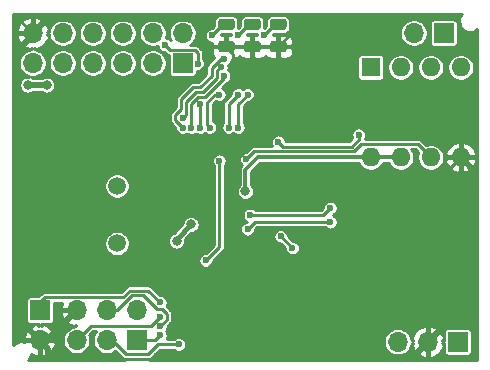
<source format=gbr>
G04 #@! TF.GenerationSoftware,KiCad,Pcbnew,5.1.6*
G04 #@! TF.CreationDate,2020-09-05T15:44:09+02:00*
G04 #@! TF.ProjectId,usynth-jlcpcb,7573796e-7468-42d6-9a6c-637063622e6b,2*
G04 #@! TF.SameCoordinates,Original*
G04 #@! TF.FileFunction,Copper,L2,Bot*
G04 #@! TF.FilePolarity,Positive*
%FSLAX46Y46*%
G04 Gerber Fmt 4.6, Leading zero omitted, Abs format (unit mm)*
G04 Created by KiCad (PCBNEW 5.1.6) date 2020-09-05 15:44:09*
%MOMM*%
%LPD*%
G01*
G04 APERTURE LIST*
G04 #@! TA.AperFunction,ComponentPad*
%ADD10O,1.700000X1.700000*%
G04 #@! TD*
G04 #@! TA.AperFunction,ComponentPad*
%ADD11R,1.700000X1.700000*%
G04 #@! TD*
G04 #@! TA.AperFunction,ComponentPad*
%ADD12C,1.500000*%
G04 #@! TD*
G04 #@! TA.AperFunction,ComponentPad*
%ADD13O,1.600000X1.600000*%
G04 #@! TD*
G04 #@! TA.AperFunction,ComponentPad*
%ADD14R,1.600000X1.600000*%
G04 #@! TD*
G04 #@! TA.AperFunction,ViaPad*
%ADD15C,0.800000*%
G04 #@! TD*
G04 #@! TA.AperFunction,ViaPad*
%ADD16C,0.600000*%
G04 #@! TD*
G04 #@! TA.AperFunction,Conductor*
%ADD17C,0.500000*%
G04 #@! TD*
G04 #@! TA.AperFunction,Conductor*
%ADD18C,0.400000*%
G04 #@! TD*
G04 #@! TA.AperFunction,Conductor*
%ADD19C,0.300000*%
G04 #@! TD*
G04 #@! TA.AperFunction,Conductor*
%ADD20C,0.250000*%
G04 #@! TD*
G04 #@! TA.AperFunction,Conductor*
%ADD21C,0.254000*%
G04 #@! TD*
G04 APERTURE END LIST*
G04 #@! TA.AperFunction,SMDPad,CuDef*
G36*
G01*
X138856250Y-61750000D02*
X137943750Y-61750000D01*
G75*
G02*
X137700000Y-61506250I0J243750D01*
G01*
X137700000Y-61018750D01*
G75*
G02*
X137943750Y-60775000I243750J0D01*
G01*
X138856250Y-60775000D01*
G75*
G02*
X139100000Y-61018750I0J-243750D01*
G01*
X139100000Y-61506250D01*
G75*
G02*
X138856250Y-61750000I-243750J0D01*
G01*
G37*
G04 #@! TD.AperFunction*
G04 #@! TA.AperFunction,SMDPad,CuDef*
G36*
G01*
X138856250Y-63625000D02*
X137943750Y-63625000D01*
G75*
G02*
X137700000Y-63381250I0J243750D01*
G01*
X137700000Y-62893750D01*
G75*
G02*
X137943750Y-62650000I243750J0D01*
G01*
X138856250Y-62650000D01*
G75*
G02*
X139100000Y-62893750I0J-243750D01*
G01*
X139100000Y-63381250D01*
G75*
G02*
X138856250Y-63625000I-243750J0D01*
G01*
G37*
G04 #@! TD.AperFunction*
D10*
X122000000Y-62000000D03*
X122000000Y-64540000D03*
X124540000Y-62000000D03*
X124540000Y-64540000D03*
X127080000Y-62000000D03*
X127080000Y-64540000D03*
X129620000Y-62000000D03*
X129620000Y-64540000D03*
X132160000Y-62000000D03*
X132160000Y-64540000D03*
X134700000Y-62000000D03*
D11*
X134700000Y-64540000D03*
G04 #@! TA.AperFunction,SMDPad,CuDef*
G36*
G01*
X141056250Y-61750000D02*
X140143750Y-61750000D01*
G75*
G02*
X139900000Y-61506250I0J243750D01*
G01*
X139900000Y-61018750D01*
G75*
G02*
X140143750Y-60775000I243750J0D01*
G01*
X141056250Y-60775000D01*
G75*
G02*
X141300000Y-61018750I0J-243750D01*
G01*
X141300000Y-61506250D01*
G75*
G02*
X141056250Y-61750000I-243750J0D01*
G01*
G37*
G04 #@! TD.AperFunction*
G04 #@! TA.AperFunction,SMDPad,CuDef*
G36*
G01*
X141056250Y-63625000D02*
X140143750Y-63625000D01*
G75*
G02*
X139900000Y-63381250I0J243750D01*
G01*
X139900000Y-62893750D01*
G75*
G02*
X140143750Y-62650000I243750J0D01*
G01*
X141056250Y-62650000D01*
G75*
G02*
X141300000Y-62893750I0J-243750D01*
G01*
X141300000Y-63381250D01*
G75*
G02*
X141056250Y-63625000I-243750J0D01*
G01*
G37*
G04 #@! TD.AperFunction*
G04 #@! TA.AperFunction,SMDPad,CuDef*
G36*
G01*
X143256250Y-61750000D02*
X142343750Y-61750000D01*
G75*
G02*
X142100000Y-61506250I0J243750D01*
G01*
X142100000Y-61018750D01*
G75*
G02*
X142343750Y-60775000I243750J0D01*
G01*
X143256250Y-60775000D01*
G75*
G02*
X143500000Y-61018750I0J-243750D01*
G01*
X143500000Y-61506250D01*
G75*
G02*
X143256250Y-61750000I-243750J0D01*
G01*
G37*
G04 #@! TD.AperFunction*
G04 #@! TA.AperFunction,SMDPad,CuDef*
G36*
G01*
X143256250Y-63625000D02*
X142343750Y-63625000D01*
G75*
G02*
X142100000Y-63381250I0J243750D01*
G01*
X142100000Y-62893750D01*
G75*
G02*
X142343750Y-62650000I243750J0D01*
G01*
X143256250Y-62650000D01*
G75*
G02*
X143500000Y-62893750I0J-243750D01*
G01*
X143500000Y-63381250D01*
G75*
G02*
X143256250Y-63625000I-243750J0D01*
G01*
G37*
G04 #@! TD.AperFunction*
D12*
X129159000Y-79810000D03*
X129159000Y-74930000D03*
D13*
X150622000Y-72517000D03*
X158242000Y-64897000D03*
X153162000Y-72517000D03*
X155702000Y-64897000D03*
X155702000Y-72517000D03*
X153162000Y-64897000D03*
X158242000Y-72517000D03*
D14*
X150622000Y-64897000D03*
D10*
X154260000Y-62000000D03*
D11*
X156800000Y-62000000D03*
D10*
X152908000Y-88138000D03*
X155448000Y-88138000D03*
D11*
X157988000Y-88138000D03*
D10*
X125720000Y-85471000D03*
X125720000Y-88011000D03*
X128260000Y-85471000D03*
X128260000Y-88011000D03*
X130800000Y-85471000D03*
D11*
X130800000Y-88011000D03*
D10*
X122600000Y-88011000D03*
D11*
X122600000Y-85471000D03*
D15*
X159200000Y-83400000D03*
X143400000Y-87400000D03*
D16*
X148400000Y-82800000D03*
X129200000Y-89400000D03*
X132566001Y-89366001D03*
X135400000Y-76000000D03*
X136800000Y-76000000D03*
X135400000Y-74400000D03*
X127400000Y-66400000D03*
X130000000Y-66000000D03*
X137137500Y-63137500D03*
X136400000Y-78400000D03*
X140400000Y-76400000D03*
X141000000Y-74200000D03*
X138800000Y-74400000D03*
X144462500Y-73262500D03*
X144000000Y-76600000D03*
X147200000Y-73800000D03*
X132600000Y-69400000D03*
X139000000Y-66000000D03*
X120600000Y-66400000D03*
X120600000Y-76600000D03*
X120600000Y-83000000D03*
D15*
X127399998Y-69200000D03*
D16*
X122200000Y-76600000D03*
X129800000Y-78000000D03*
X129800000Y-83200000D03*
X132678010Y-72321990D03*
X123238500Y-71346500D03*
X139600000Y-88200000D03*
X141800000Y-87400000D03*
X131600000Y-79200000D03*
X131600000Y-77000000D03*
X137200000Y-60600000D03*
X144000000Y-60600000D03*
X143600000Y-70200000D03*
X151800000Y-60600000D03*
X159400000Y-89400000D03*
X120600010Y-60600000D03*
X146800000Y-64800000D03*
X147000000Y-70600000D03*
X148200000Y-76200000D03*
X122400000Y-82000000D03*
X142600000Y-89400000D03*
X151074998Y-85725002D03*
X155600000Y-84400000D03*
X155800000Y-76800000D03*
X155400000Y-80200000D03*
X151600000Y-73600000D03*
X151000000Y-77000000D03*
X157600000Y-76800000D03*
X154800000Y-66200000D03*
X156000000Y-68800000D03*
X157400000Y-68800000D03*
X156400000Y-66200000D03*
X143600000Y-80999984D03*
X145200000Y-81000000D03*
X141400000Y-83000000D03*
X155200000Y-63600000D03*
X153600000Y-63600000D03*
X156600000Y-73600000D03*
X136200000Y-86000000D03*
X152000000Y-68800000D03*
X141600000Y-68000000D03*
X159400000Y-78200000D03*
X148200000Y-78000000D03*
X125600000Y-78200000D03*
X128400000Y-60600000D03*
X151000000Y-89400000D03*
X159000000Y-62200000D03*
X141600000Y-62200000D03*
X139400000Y-62200000D03*
X137200000Y-62200000D03*
X149600000Y-70600000D03*
X142800000Y-71200000D03*
X137000000Y-70000000D03*
X135978012Y-64578012D03*
X133200000Y-63000000D03*
X137800000Y-67200000D03*
X140091285Y-72691285D03*
X136200000Y-70000000D03*
X136207468Y-68009196D03*
X136652658Y-81246990D03*
X132800000Y-86000000D03*
X137800000Y-72800000D03*
X138600000Y-70000000D03*
X139400000Y-67200000D03*
X139400000Y-70000000D03*
X140200000Y-67200000D03*
X143000000Y-79200000D03*
X144000000Y-80200000D03*
X134381512Y-88353010D03*
X132800002Y-87600000D03*
X140200000Y-78600000D03*
X147200000Y-78000000D03*
X132800000Y-86800000D03*
X135428186Y-70023037D03*
X138204090Y-65631167D03*
X134716542Y-69187963D03*
X137969809Y-64909347D03*
X138222090Y-64186583D03*
X134689843Y-70000000D03*
X132800000Y-84800000D03*
D15*
X121600000Y-66400000D03*
X123200000Y-66400000D03*
X135400000Y-78200000D03*
X140000000Y-75400000D03*
X134200000Y-79600000D03*
D16*
X147200000Y-76800000D03*
X140400000Y-77400000D03*
D17*
X159200000Y-84386000D02*
X159200000Y-83400000D01*
X155448000Y-88138000D02*
X159200000Y-84386000D01*
X159200000Y-73475000D02*
X158242000Y-72517000D01*
X159200000Y-83400000D02*
X159200000Y-73475000D01*
D18*
X148400000Y-89332002D02*
X148366001Y-89366001D01*
X148400000Y-82800000D02*
X148400000Y-89332002D01*
D19*
X142800000Y-63137500D02*
X140600000Y-63137500D01*
X140600000Y-63137500D02*
X138400000Y-63137500D01*
X136031999Y-62031999D02*
X136031999Y-60831999D01*
X137137500Y-63137500D02*
X136031999Y-62031999D01*
X138400000Y-63137500D02*
X137137500Y-63137500D01*
D17*
X123295722Y-89386722D02*
X129129648Y-89386722D01*
D20*
X132566001Y-89366001D02*
X132545280Y-89386722D01*
X129186722Y-89386722D02*
X129200000Y-89400000D01*
X129129648Y-89386722D02*
X129186722Y-89386722D01*
X129200000Y-89400000D02*
X129400000Y-89400000D01*
X129400000Y-89400000D02*
X129600000Y-89600000D01*
X129600000Y-89600000D02*
X132332002Y-89600000D01*
X132332002Y-89600000D02*
X132566001Y-89366001D01*
D18*
X135400000Y-76000000D02*
X136800000Y-76000000D01*
D17*
X135971999Y-60771999D02*
X136031999Y-60831999D01*
X123228001Y-60771999D02*
X135971999Y-60771999D01*
X122000000Y-62000000D02*
X123228001Y-60771999D01*
D20*
X127800000Y-66000000D02*
X130000000Y-66000000D01*
X127400000Y-66400000D02*
X127800000Y-66000000D01*
X141000000Y-75800000D02*
X141000000Y-74200000D01*
X140400000Y-76400000D02*
X141000000Y-75800000D01*
X146662500Y-73262500D02*
X147200000Y-73800000D01*
X144462500Y-73262500D02*
X146662500Y-73262500D01*
X139000000Y-66000000D02*
X139000000Y-63737500D01*
X139000000Y-63737500D02*
X138400000Y-63137500D01*
D17*
X120600000Y-63560000D02*
X122100000Y-62060000D01*
X120691999Y-71708001D02*
X120600000Y-71616002D01*
X120600000Y-71800000D02*
X120691999Y-71708001D01*
X120600000Y-71616002D02*
X120600000Y-66400000D01*
X120600000Y-66400000D02*
X120600000Y-63560000D01*
X120600000Y-76600000D02*
X120600000Y-71800000D01*
X120600000Y-86691000D02*
X120600000Y-83000000D01*
X120600000Y-83000000D02*
X120600000Y-76600000D01*
X126999999Y-69599999D02*
X127399998Y-69200000D01*
X124891997Y-71708001D02*
X126999999Y-69599999D01*
D20*
X127400000Y-69199998D02*
X127399998Y-69200000D01*
D17*
X120691999Y-71708001D02*
X124891997Y-71708001D01*
D20*
X127400000Y-66400000D02*
X127400000Y-69199998D01*
X120600000Y-76600000D02*
X122200000Y-76600000D01*
X140400000Y-87400000D02*
X139600000Y-88200000D01*
X143400000Y-87400000D02*
X140400000Y-87400000D01*
X144000000Y-61937500D02*
X144000000Y-60600000D01*
X142800000Y-63137500D02*
X144000000Y-61937500D01*
X144000000Y-60600000D02*
X151800000Y-60600000D01*
X122000000Y-62000000D02*
X120600010Y-60600010D01*
X120600010Y-60600010D02*
X120600010Y-60600000D01*
X144000000Y-70600000D02*
X143600000Y-70200000D01*
X147000000Y-70600000D02*
X144000000Y-70600000D01*
X121400000Y-83000000D02*
X122400000Y-82000000D01*
X120600000Y-83000000D02*
X121400000Y-83000000D01*
D17*
X148332002Y-89400000D02*
X143800000Y-89400000D01*
X148366001Y-89366001D02*
X148332002Y-89400000D01*
X143400000Y-89200000D02*
X143400000Y-87400000D01*
X148400000Y-89400000D02*
X148366001Y-89366001D01*
X154186000Y-89400000D02*
X148400000Y-89400000D01*
X155448000Y-88138000D02*
X154186000Y-89400000D01*
X143732002Y-89400000D02*
X142600000Y-89400000D01*
X132566001Y-89366001D02*
X142566001Y-89366001D01*
X142566001Y-89366001D02*
X142600000Y-89400000D01*
D20*
X151400000Y-73800000D02*
X151600000Y-73600000D01*
X147200000Y-73800000D02*
X151400000Y-73800000D01*
X155600000Y-80400000D02*
X155400000Y-80200000D01*
X155600000Y-84400000D02*
X155600000Y-80400000D01*
X155400000Y-77200000D02*
X155800000Y-76800000D01*
X155400000Y-80200000D02*
X155400000Y-77200000D01*
X155800000Y-76800000D02*
X155800000Y-74959000D01*
X156000000Y-68800000D02*
X157400000Y-68800000D01*
X154800000Y-66200000D02*
X156400000Y-66200000D01*
X150200000Y-76200000D02*
X151000000Y-77000000D01*
X148200000Y-76200000D02*
X150200000Y-76200000D01*
X155800000Y-76800000D02*
X157600000Y-76800000D01*
X156879500Y-73879500D02*
X156600000Y-73600000D01*
X155800000Y-74959000D02*
X156879500Y-73879500D01*
X156879500Y-73879500D02*
X158242000Y-72517000D01*
X153600000Y-63600000D02*
X155200000Y-63600000D01*
X154500001Y-64299999D02*
X155200000Y-63600000D01*
X154500001Y-65900001D02*
X154500001Y-64299999D01*
X154800000Y-66200000D02*
X154500001Y-65900001D01*
X154600000Y-66200000D02*
X154800000Y-66200000D01*
X152000000Y-68800000D02*
X154600000Y-66200000D01*
X138400000Y-88200000D02*
X136200000Y-86000000D01*
X139600000Y-88200000D02*
X138400000Y-88200000D01*
X148200000Y-76200000D02*
X148200000Y-78000000D01*
X151800000Y-60600000D02*
X157650408Y-60600000D01*
X157650408Y-60600000D02*
X158150999Y-61100591D01*
X158150999Y-61100591D02*
X158150999Y-61775263D01*
X158150999Y-61775263D02*
X158575736Y-62200000D01*
X158575736Y-62200000D02*
X159000000Y-62200000D01*
D17*
X123180000Y-88011000D02*
X125720000Y-85471000D01*
X122600000Y-88011000D02*
X123180000Y-88011000D01*
X123295722Y-88706722D02*
X122600000Y-88011000D01*
X123295722Y-89386722D02*
X123295722Y-88706722D01*
X121280000Y-86691000D02*
X122600000Y-88011000D01*
X120600000Y-86691000D02*
X121280000Y-86691000D01*
X130800000Y-85471000D02*
X130800000Y-85200000D01*
D20*
X142537500Y-61262500D02*
X141600000Y-62200000D01*
X142800000Y-61262500D02*
X142537500Y-61262500D01*
X140337500Y-61262500D02*
X139400000Y-62200000D01*
X140600000Y-61262500D02*
X140337500Y-61262500D01*
X138137500Y-61262500D02*
X137200000Y-62200000D01*
X138400000Y-61262500D02*
X138137500Y-61262500D01*
X144400000Y-71600000D02*
X149000000Y-71600000D01*
X143200000Y-71600000D02*
X144400000Y-71600000D01*
X142800000Y-71200000D02*
X143200000Y-71600000D01*
X149600000Y-71000000D02*
X149600000Y-70600000D01*
X149000000Y-71600000D02*
X149600000Y-71000000D01*
X133963001Y-63436999D02*
X135752401Y-63436999D01*
X135978012Y-63662610D02*
X135978012Y-64578012D01*
X135752401Y-63436999D02*
X135978012Y-63662610D01*
X133963001Y-63436999D02*
X133636999Y-63436999D01*
X133636999Y-63436999D02*
X133200000Y-63000000D01*
X137000000Y-70000000D02*
X136800000Y-69800000D01*
X136800000Y-67800000D02*
X137400000Y-67200000D01*
X136800000Y-69800000D02*
X136800000Y-67800000D01*
X137400000Y-67200000D02*
X137800000Y-67200000D01*
X140782570Y-72000000D02*
X140091285Y-72691285D01*
X149200000Y-72000000D02*
X140782570Y-72000000D01*
X154585000Y-71400000D02*
X149800000Y-71400000D01*
X155702000Y-72517000D02*
X154585000Y-71400000D01*
X149800000Y-71400000D02*
X149200000Y-72000000D01*
X136200000Y-70000000D02*
X136200000Y-68016664D01*
X136200000Y-68016664D02*
X136207468Y-68009196D01*
X136652658Y-81246990D02*
X137800000Y-80099648D01*
X137800000Y-80099648D02*
X137800000Y-72800000D01*
X125720000Y-88011000D02*
X126931000Y-86800000D01*
X126931000Y-86800000D02*
X132000000Y-86800000D01*
X132000000Y-86800000D02*
X132800000Y-86000000D01*
X138600000Y-70000000D02*
X138600000Y-68000000D01*
X138600000Y-68000000D02*
X139400000Y-67200000D01*
X139400000Y-68000000D02*
X140200000Y-67200000D01*
X139400000Y-70000000D02*
X139400000Y-68000000D01*
X143000000Y-79200000D02*
X144000000Y-80200000D01*
X128260000Y-88011000D02*
X128716001Y-88011000D01*
X128716001Y-88011000D02*
X129905001Y-89200000D01*
X129905001Y-89200000D02*
X131765558Y-89200000D01*
X131765558Y-89200000D02*
X132612548Y-88353010D01*
X132612548Y-88353010D02*
X134381512Y-88353010D01*
X132389002Y-88011000D02*
X132800002Y-87600000D01*
X130800000Y-88011000D02*
X132389002Y-88011000D01*
X140800000Y-78000000D02*
X140200000Y-78600000D01*
X147200000Y-78000000D02*
X140800000Y-78000000D01*
X133353001Y-86246999D02*
X132800000Y-86800000D01*
X133353001Y-85749755D02*
X133353001Y-86246999D01*
X132956248Y-85353002D02*
X133353001Y-85749755D01*
X132534558Y-85353002D02*
X132956248Y-85353002D01*
X131381556Y-84200000D02*
X132534558Y-85353002D01*
X129129000Y-85471000D02*
X130400000Y-84200000D01*
X130400000Y-84200000D02*
X131381556Y-84200000D01*
X128260000Y-85471000D02*
X129129000Y-85471000D01*
X135428186Y-70023037D02*
X135428186Y-68006402D01*
X135428186Y-68006402D02*
X136017294Y-67417294D01*
X136017294Y-67417294D02*
X136582706Y-67417294D01*
X138204090Y-65795910D02*
X138204090Y-65631167D01*
X136582706Y-67417294D02*
X138204090Y-65795910D01*
X137904049Y-64909347D02*
X137969809Y-64909347D01*
X137606698Y-65206698D02*
X137904049Y-64909347D01*
X137606698Y-65793302D02*
X137606698Y-65206698D01*
X136393302Y-67006698D02*
X137606698Y-65793302D01*
X135806698Y-67006698D02*
X136393302Y-67006698D01*
X135000000Y-67813396D02*
X135806698Y-67006698D01*
X135000000Y-68904505D02*
X135000000Y-67813396D01*
X134716542Y-69187963D02*
X135000000Y-68904505D01*
X134600000Y-68400000D02*
X134600000Y-67600000D01*
X134600000Y-67600000D02*
X135600000Y-66600000D01*
X137905621Y-64186583D02*
X138222090Y-64186583D01*
X135600000Y-66600000D02*
X136200000Y-66600000D01*
X136200000Y-66600000D02*
X137146102Y-65653898D01*
X137146102Y-65653898D02*
X137146102Y-64946102D01*
X137146102Y-64946102D02*
X137905621Y-64186583D01*
X134078820Y-68921180D02*
X134600000Y-68400000D01*
X134078820Y-69332317D02*
X134078820Y-68921180D01*
X134078820Y-69388977D02*
X134689843Y-70000000D01*
X134078820Y-69332317D02*
X134078820Y-69388977D01*
X131800000Y-83800000D02*
X132800000Y-84800000D01*
X130200000Y-83800000D02*
X131800000Y-83800000D01*
X129632001Y-84367999D02*
X130200000Y-83800000D01*
X123032001Y-84367999D02*
X129632001Y-84367999D01*
X121929000Y-85471000D02*
X123032001Y-84367999D01*
X121920000Y-85471000D02*
X121929000Y-85471000D01*
D17*
X121600000Y-66400000D02*
X123200000Y-66400000D01*
D19*
X150622000Y-72517000D02*
X153162000Y-72517000D01*
D18*
X134200000Y-79600000D02*
X134200000Y-79400000D01*
X134200000Y-79400000D02*
X135400000Y-78200000D01*
D19*
X140000000Y-73600000D02*
X140000000Y-75400000D01*
X141083000Y-72517000D02*
X140000000Y-73600000D01*
X150622000Y-72517000D02*
X141083000Y-72517000D01*
D20*
X147200000Y-76800000D02*
X146600000Y-77400000D01*
X146600000Y-77400000D02*
X140400000Y-77400000D01*
D21*
G36*
X158298594Y-60424371D02*
G01*
X158199772Y-60572269D01*
X158131702Y-60736605D01*
X158097000Y-60911062D01*
X158097000Y-61088938D01*
X158131702Y-61263395D01*
X158199772Y-61427731D01*
X158298594Y-61575629D01*
X158424371Y-61701406D01*
X158572269Y-61800228D01*
X158736605Y-61868298D01*
X158911062Y-61903000D01*
X159088938Y-61903000D01*
X159263395Y-61868298D01*
X159427731Y-61800228D01*
X159575629Y-61701406D01*
X159648000Y-61629035D01*
X159648001Y-89648000D01*
X131828376Y-89648000D01*
X131854165Y-89645460D01*
X131939368Y-89619614D01*
X132017891Y-89577643D01*
X132086717Y-89521159D01*
X132100881Y-89503900D01*
X132799772Y-88805010D01*
X133946800Y-88805010D01*
X133981823Y-88840033D01*
X134084516Y-88908650D01*
X134198623Y-88955915D01*
X134319758Y-88980010D01*
X134443266Y-88980010D01*
X134564401Y-88955915D01*
X134678508Y-88908650D01*
X134781201Y-88840033D01*
X134868535Y-88752699D01*
X134937152Y-88650006D01*
X134984417Y-88535899D01*
X135008512Y-88414764D01*
X135008512Y-88291256D01*
X134984417Y-88170121D01*
X134937152Y-88056014D01*
X134914476Y-88022076D01*
X151731000Y-88022076D01*
X151731000Y-88253924D01*
X151776231Y-88481318D01*
X151864956Y-88695519D01*
X151993764Y-88888294D01*
X152157706Y-89052236D01*
X152350481Y-89181044D01*
X152564682Y-89269769D01*
X152792076Y-89315000D01*
X153023924Y-89315000D01*
X153251318Y-89269769D01*
X153465519Y-89181044D01*
X153658294Y-89052236D01*
X153822236Y-88888294D01*
X153951044Y-88695519D01*
X154039769Y-88481318D01*
X154085000Y-88253924D01*
X154085000Y-88211002D01*
X154204682Y-88211002D01*
X154101282Y-88425209D01*
X154183191Y-88682422D01*
X154313705Y-88918713D01*
X154487810Y-89125002D01*
X154698814Y-89293361D01*
X154938609Y-89417320D01*
X155160791Y-89484715D01*
X155375000Y-89381108D01*
X155375000Y-88211000D01*
X155355000Y-88211000D01*
X155355000Y-88065000D01*
X155375000Y-88065000D01*
X155375000Y-86894892D01*
X155521000Y-86894892D01*
X155521000Y-88065000D01*
X155541000Y-88065000D01*
X155541000Y-88211000D01*
X155521000Y-88211000D01*
X155521000Y-89381108D01*
X155735209Y-89484715D01*
X155957391Y-89417320D01*
X156197186Y-89293361D01*
X156408190Y-89125002D01*
X156582295Y-88918713D01*
X156712809Y-88682422D01*
X156794718Y-88425209D01*
X156691318Y-88211002D01*
X156809418Y-88211002D01*
X156809418Y-88988000D01*
X156815732Y-89052103D01*
X156834430Y-89113743D01*
X156864794Y-89170550D01*
X156905657Y-89220343D01*
X156955450Y-89261206D01*
X157012257Y-89291570D01*
X157073897Y-89310268D01*
X157138000Y-89316582D01*
X158838000Y-89316582D01*
X158902103Y-89310268D01*
X158963743Y-89291570D01*
X159020550Y-89261206D01*
X159070343Y-89220343D01*
X159111206Y-89170550D01*
X159141570Y-89113743D01*
X159160268Y-89052103D01*
X159166582Y-88988000D01*
X159166582Y-87288000D01*
X159160268Y-87223897D01*
X159141570Y-87162257D01*
X159111206Y-87105450D01*
X159070343Y-87055657D01*
X159020550Y-87014794D01*
X158963743Y-86984430D01*
X158902103Y-86965732D01*
X158838000Y-86959418D01*
X157138000Y-86959418D01*
X157073897Y-86965732D01*
X157012257Y-86984430D01*
X156955450Y-87014794D01*
X156905657Y-87055657D01*
X156864794Y-87105450D01*
X156834430Y-87162257D01*
X156815732Y-87223897D01*
X156809418Y-87288000D01*
X156809418Y-88064998D01*
X156691318Y-88064998D01*
X156794718Y-87850791D01*
X156712809Y-87593578D01*
X156582295Y-87357287D01*
X156408190Y-87150998D01*
X156197186Y-86982639D01*
X155957391Y-86858680D01*
X155735209Y-86791285D01*
X155521000Y-86894892D01*
X155375000Y-86894892D01*
X155160791Y-86791285D01*
X154938609Y-86858680D01*
X154698814Y-86982639D01*
X154487810Y-87150998D01*
X154313705Y-87357287D01*
X154183191Y-87593578D01*
X154101282Y-87850791D01*
X154204682Y-88064998D01*
X154085000Y-88064998D01*
X154085000Y-88022076D01*
X154039769Y-87794682D01*
X153951044Y-87580481D01*
X153822236Y-87387706D01*
X153658294Y-87223764D01*
X153465519Y-87094956D01*
X153251318Y-87006231D01*
X153023924Y-86961000D01*
X152792076Y-86961000D01*
X152564682Y-87006231D01*
X152350481Y-87094956D01*
X152157706Y-87223764D01*
X151993764Y-87387706D01*
X151864956Y-87580481D01*
X151776231Y-87794682D01*
X151731000Y-88022076D01*
X134914476Y-88022076D01*
X134868535Y-87953321D01*
X134781201Y-87865987D01*
X134678508Y-87797370D01*
X134564401Y-87750105D01*
X134443266Y-87726010D01*
X134319758Y-87726010D01*
X134198623Y-87750105D01*
X134084516Y-87797370D01*
X133981823Y-87865987D01*
X133946800Y-87901010D01*
X133352960Y-87901010D01*
X133355642Y-87896996D01*
X133402907Y-87782889D01*
X133427002Y-87661754D01*
X133427002Y-87538246D01*
X133402907Y-87417111D01*
X133355642Y-87303004D01*
X133287025Y-87200311D01*
X133286713Y-87199999D01*
X133287023Y-87199689D01*
X133355640Y-87096996D01*
X133402905Y-86982889D01*
X133427000Y-86861754D01*
X133427000Y-86812224D01*
X133656906Y-86582318D01*
X133674160Y-86568158D01*
X133730644Y-86499332D01*
X133772615Y-86420809D01*
X133784877Y-86380386D01*
X133798461Y-86335607D01*
X133807188Y-86246999D01*
X133805001Y-86224794D01*
X133805001Y-85771957D01*
X133807188Y-85749754D01*
X133805001Y-85727550D01*
X133798461Y-85661148D01*
X133772615Y-85575945D01*
X133730644Y-85497422D01*
X133674160Y-85428596D01*
X133656912Y-85414441D01*
X133349161Y-85106692D01*
X133355640Y-85096996D01*
X133402905Y-84982889D01*
X133427000Y-84861754D01*
X133427000Y-84738246D01*
X133402905Y-84617111D01*
X133355640Y-84503004D01*
X133287023Y-84400311D01*
X133199689Y-84312977D01*
X133096996Y-84244360D01*
X132982889Y-84197095D01*
X132861754Y-84173000D01*
X132812224Y-84173000D01*
X132135323Y-83496100D01*
X132121159Y-83478841D01*
X132052333Y-83422357D01*
X131973810Y-83380386D01*
X131888607Y-83354540D01*
X131822205Y-83348000D01*
X131800000Y-83345813D01*
X131777795Y-83348000D01*
X130222205Y-83348000D01*
X130200000Y-83345813D01*
X130111392Y-83354540D01*
X130026190Y-83380386D01*
X129947667Y-83422357D01*
X129878841Y-83478841D01*
X129864681Y-83496095D01*
X129444778Y-83915999D01*
X123054206Y-83915999D01*
X123032001Y-83913812D01*
X122943393Y-83922539D01*
X122860558Y-83947667D01*
X122858191Y-83948385D01*
X122779668Y-83990356D01*
X122710842Y-84046840D01*
X122696682Y-84064094D01*
X122468358Y-84292418D01*
X121750000Y-84292418D01*
X121685897Y-84298732D01*
X121624257Y-84317430D01*
X121567450Y-84347794D01*
X121517657Y-84388657D01*
X121476794Y-84438450D01*
X121446430Y-84495257D01*
X121427732Y-84556897D01*
X121421418Y-84621000D01*
X121421418Y-86321000D01*
X121427732Y-86385103D01*
X121446430Y-86446743D01*
X121476794Y-86503550D01*
X121517657Y-86553343D01*
X121567450Y-86594206D01*
X121624257Y-86624570D01*
X121685897Y-86643268D01*
X121750000Y-86649582D01*
X122526998Y-86649582D01*
X122526998Y-86767682D01*
X122312791Y-86664282D01*
X122055578Y-86746191D01*
X121819287Y-86876705D01*
X121612998Y-87050810D01*
X121444639Y-87261814D01*
X121320680Y-87501609D01*
X121253285Y-87723791D01*
X121356892Y-87938000D01*
X122527000Y-87938000D01*
X122527000Y-87918000D01*
X122673000Y-87918000D01*
X122673000Y-87938000D01*
X123843108Y-87938000D01*
X123946715Y-87723791D01*
X123879320Y-87501609D01*
X123755361Y-87261814D01*
X123587002Y-87050810D01*
X123380713Y-86876705D01*
X123144422Y-86746191D01*
X122887209Y-86664282D01*
X122673002Y-86767682D01*
X122673002Y-86649582D01*
X123450000Y-86649582D01*
X123514103Y-86643268D01*
X123575743Y-86624570D01*
X123632550Y-86594206D01*
X123682343Y-86553343D01*
X123723206Y-86503550D01*
X123753570Y-86446743D01*
X123772268Y-86385103D01*
X123778582Y-86321000D01*
X123778582Y-84819999D01*
X124514059Y-84819999D01*
X124455191Y-84926578D01*
X124373282Y-85183791D01*
X124476683Y-85398000D01*
X125647000Y-85398000D01*
X125647000Y-85378000D01*
X125793000Y-85378000D01*
X125793000Y-85398000D01*
X125813000Y-85398000D01*
X125813000Y-85544000D01*
X125793000Y-85544000D01*
X125793000Y-85564000D01*
X125647000Y-85564000D01*
X125647000Y-85544000D01*
X124476683Y-85544000D01*
X124373282Y-85758209D01*
X124455191Y-86015422D01*
X124585705Y-86251713D01*
X124759810Y-86458002D01*
X124970814Y-86626361D01*
X125210609Y-86750320D01*
X125432791Y-86817715D01*
X125646998Y-86714109D01*
X125646998Y-86834000D01*
X125604076Y-86834000D01*
X125376682Y-86879231D01*
X125162481Y-86967956D01*
X124969706Y-87096764D01*
X124805764Y-87260706D01*
X124676956Y-87453481D01*
X124588231Y-87667682D01*
X124543000Y-87895076D01*
X124543000Y-88126924D01*
X124588231Y-88354318D01*
X124676956Y-88568519D01*
X124805764Y-88761294D01*
X124969706Y-88925236D01*
X125162481Y-89054044D01*
X125376682Y-89142769D01*
X125604076Y-89188000D01*
X125835924Y-89188000D01*
X126063318Y-89142769D01*
X126277519Y-89054044D01*
X126470294Y-88925236D01*
X126634236Y-88761294D01*
X126763044Y-88568519D01*
X126851769Y-88354318D01*
X126897000Y-88126924D01*
X126897000Y-87895076D01*
X126851769Y-87667682D01*
X126808061Y-87562162D01*
X127118224Y-87252000D01*
X127354470Y-87252000D01*
X127345764Y-87260706D01*
X127216956Y-87453481D01*
X127128231Y-87667682D01*
X127083000Y-87895076D01*
X127083000Y-88126924D01*
X127128231Y-88354318D01*
X127216956Y-88568519D01*
X127345764Y-88761294D01*
X127509706Y-88925236D01*
X127702481Y-89054044D01*
X127916682Y-89142769D01*
X128144076Y-89188000D01*
X128375924Y-89188000D01*
X128603318Y-89142769D01*
X128817519Y-89054044D01*
X128998736Y-88932959D01*
X129569682Y-89503905D01*
X129583842Y-89521159D01*
X129652668Y-89577643D01*
X129731191Y-89619614D01*
X129816393Y-89645460D01*
X129842182Y-89648000D01*
X121629035Y-89648000D01*
X121701406Y-89575629D01*
X121800228Y-89427731D01*
X121868298Y-89263395D01*
X121884613Y-89181377D01*
X122055578Y-89275809D01*
X122312791Y-89357718D01*
X122527000Y-89254317D01*
X122527000Y-88084000D01*
X122673000Y-88084000D01*
X122673000Y-89254317D01*
X122887209Y-89357718D01*
X123144422Y-89275809D01*
X123380713Y-89145295D01*
X123587002Y-88971190D01*
X123755361Y-88760186D01*
X123879320Y-88520391D01*
X123946715Y-88298209D01*
X123843108Y-88084000D01*
X122673000Y-88084000D01*
X122527000Y-88084000D01*
X121356892Y-88084000D01*
X121322066Y-88156004D01*
X121263395Y-88131702D01*
X121088938Y-88097000D01*
X120911062Y-88097000D01*
X120736605Y-88131702D01*
X120572269Y-88199772D01*
X120424371Y-88298594D01*
X120352000Y-88370965D01*
X120352000Y-81185236D01*
X136025658Y-81185236D01*
X136025658Y-81308744D01*
X136049753Y-81429879D01*
X136097018Y-81543986D01*
X136165635Y-81646679D01*
X136252969Y-81734013D01*
X136355662Y-81802630D01*
X136469769Y-81849895D01*
X136590904Y-81873990D01*
X136714412Y-81873990D01*
X136835547Y-81849895D01*
X136949654Y-81802630D01*
X137052347Y-81734013D01*
X137139681Y-81646679D01*
X137208298Y-81543986D01*
X137255563Y-81429879D01*
X137279658Y-81308744D01*
X137279658Y-81259213D01*
X138103906Y-80434966D01*
X138121159Y-80420807D01*
X138177643Y-80351981D01*
X138219614Y-80273458D01*
X138223164Y-80261754D01*
X138245460Y-80188256D01*
X138254187Y-80099648D01*
X138252000Y-80077443D01*
X138252000Y-78538246D01*
X139573000Y-78538246D01*
X139573000Y-78661754D01*
X139597095Y-78782889D01*
X139644360Y-78896996D01*
X139712977Y-78999689D01*
X139800311Y-79087023D01*
X139903004Y-79155640D01*
X140017111Y-79202905D01*
X140138246Y-79227000D01*
X140261754Y-79227000D01*
X140382889Y-79202905D01*
X140496996Y-79155640D01*
X140523028Y-79138246D01*
X142373000Y-79138246D01*
X142373000Y-79261754D01*
X142397095Y-79382889D01*
X142444360Y-79496996D01*
X142512977Y-79599689D01*
X142600311Y-79687023D01*
X142703004Y-79755640D01*
X142817111Y-79802905D01*
X142938246Y-79827000D01*
X142987777Y-79827000D01*
X143373000Y-80212224D01*
X143373000Y-80261754D01*
X143397095Y-80382889D01*
X143444360Y-80496996D01*
X143512977Y-80599689D01*
X143600311Y-80687023D01*
X143703004Y-80755640D01*
X143817111Y-80802905D01*
X143938246Y-80827000D01*
X144061754Y-80827000D01*
X144182889Y-80802905D01*
X144296996Y-80755640D01*
X144399689Y-80687023D01*
X144487023Y-80599689D01*
X144555640Y-80496996D01*
X144602905Y-80382889D01*
X144627000Y-80261754D01*
X144627000Y-80138246D01*
X144602905Y-80017111D01*
X144555640Y-79903004D01*
X144487023Y-79800311D01*
X144399689Y-79712977D01*
X144296996Y-79644360D01*
X144182889Y-79597095D01*
X144061754Y-79573000D01*
X144012224Y-79573000D01*
X143627000Y-79187777D01*
X143627000Y-79138246D01*
X143602905Y-79017111D01*
X143555640Y-78903004D01*
X143487023Y-78800311D01*
X143399689Y-78712977D01*
X143296996Y-78644360D01*
X143182889Y-78597095D01*
X143061754Y-78573000D01*
X142938246Y-78573000D01*
X142817111Y-78597095D01*
X142703004Y-78644360D01*
X142600311Y-78712977D01*
X142512977Y-78800311D01*
X142444360Y-78903004D01*
X142397095Y-79017111D01*
X142373000Y-79138246D01*
X140523028Y-79138246D01*
X140599689Y-79087023D01*
X140687023Y-78999689D01*
X140755640Y-78896996D01*
X140802905Y-78782889D01*
X140827000Y-78661754D01*
X140827000Y-78612224D01*
X140987225Y-78452000D01*
X146765288Y-78452000D01*
X146800311Y-78487023D01*
X146903004Y-78555640D01*
X147017111Y-78602905D01*
X147138246Y-78627000D01*
X147261754Y-78627000D01*
X147382889Y-78602905D01*
X147496996Y-78555640D01*
X147599689Y-78487023D01*
X147687023Y-78399689D01*
X147755640Y-78296996D01*
X147802905Y-78182889D01*
X147827000Y-78061754D01*
X147827000Y-77938246D01*
X147802905Y-77817111D01*
X147755640Y-77703004D01*
X147687023Y-77600311D01*
X147599689Y-77512977D01*
X147496996Y-77444360D01*
X147389902Y-77400000D01*
X147496996Y-77355640D01*
X147599689Y-77287023D01*
X147687023Y-77199689D01*
X147755640Y-77096996D01*
X147802905Y-76982889D01*
X147827000Y-76861754D01*
X147827000Y-76738246D01*
X147802905Y-76617111D01*
X147755640Y-76503004D01*
X147687023Y-76400311D01*
X147599689Y-76312977D01*
X147496996Y-76244360D01*
X147382889Y-76197095D01*
X147261754Y-76173000D01*
X147138246Y-76173000D01*
X147017111Y-76197095D01*
X146903004Y-76244360D01*
X146800311Y-76312977D01*
X146712977Y-76400311D01*
X146644360Y-76503004D01*
X146597095Y-76617111D01*
X146573000Y-76738246D01*
X146573000Y-76787776D01*
X146412777Y-76948000D01*
X140834712Y-76948000D01*
X140799689Y-76912977D01*
X140696996Y-76844360D01*
X140582889Y-76797095D01*
X140461754Y-76773000D01*
X140338246Y-76773000D01*
X140217111Y-76797095D01*
X140103004Y-76844360D01*
X140000311Y-76912977D01*
X139912977Y-77000311D01*
X139844360Y-77103004D01*
X139797095Y-77217111D01*
X139773000Y-77338246D01*
X139773000Y-77461754D01*
X139797095Y-77582889D01*
X139844360Y-77696996D01*
X139912977Y-77799689D01*
X140000311Y-77887023D01*
X140103004Y-77955640D01*
X140144914Y-77973000D01*
X140138246Y-77973000D01*
X140017111Y-77997095D01*
X139903004Y-78044360D01*
X139800311Y-78112977D01*
X139712977Y-78200311D01*
X139644360Y-78303004D01*
X139597095Y-78417111D01*
X139573000Y-78538246D01*
X138252000Y-78538246D01*
X138252000Y-75328397D01*
X139273000Y-75328397D01*
X139273000Y-75471603D01*
X139300938Y-75612058D01*
X139355741Y-75744364D01*
X139435302Y-75863436D01*
X139536564Y-75964698D01*
X139655636Y-76044259D01*
X139787942Y-76099062D01*
X139928397Y-76127000D01*
X140071603Y-76127000D01*
X140212058Y-76099062D01*
X140344364Y-76044259D01*
X140463436Y-75964698D01*
X140564698Y-75863436D01*
X140644259Y-75744364D01*
X140699062Y-75612058D01*
X140727000Y-75471603D01*
X140727000Y-75328397D01*
X140699062Y-75187942D01*
X140644259Y-75055636D01*
X140564698Y-74936564D01*
X140477000Y-74848866D01*
X140477000Y-73797579D01*
X141280580Y-72994000D01*
X149599724Y-72994000D01*
X149623266Y-73050835D01*
X149746602Y-73235421D01*
X149903579Y-73392398D01*
X150088165Y-73515734D01*
X150293266Y-73600690D01*
X150511000Y-73644000D01*
X150733000Y-73644000D01*
X150950734Y-73600690D01*
X151155835Y-73515734D01*
X151340421Y-73392398D01*
X151497398Y-73235421D01*
X151620734Y-73050835D01*
X151644276Y-72994000D01*
X152139724Y-72994000D01*
X152163266Y-73050835D01*
X152286602Y-73235421D01*
X152443579Y-73392398D01*
X152628165Y-73515734D01*
X152833266Y-73600690D01*
X153051000Y-73644000D01*
X153273000Y-73644000D01*
X153490734Y-73600690D01*
X153695835Y-73515734D01*
X153880421Y-73392398D01*
X154037398Y-73235421D01*
X154160734Y-73050835D01*
X154245690Y-72845734D01*
X154289000Y-72628000D01*
X154289000Y-72406000D01*
X154245690Y-72188266D01*
X154160734Y-71983165D01*
X154073093Y-71852000D01*
X154397777Y-71852000D01*
X154652207Y-72106431D01*
X154618310Y-72188266D01*
X154575000Y-72406000D01*
X154575000Y-72628000D01*
X154618310Y-72845734D01*
X154703266Y-73050835D01*
X154826602Y-73235421D01*
X154983579Y-73392398D01*
X155168165Y-73515734D01*
X155373266Y-73600690D01*
X155591000Y-73644000D01*
X155813000Y-73644000D01*
X156030734Y-73600690D01*
X156235835Y-73515734D01*
X156420421Y-73392398D01*
X156577398Y-73235421D01*
X156700734Y-73050835D01*
X156785690Y-72845734D01*
X156795507Y-72796376D01*
X156944739Y-72796376D01*
X157024169Y-73044091D01*
X157150400Y-73271550D01*
X157318580Y-73470012D01*
X157522247Y-73631850D01*
X157753573Y-73750845D01*
X157962624Y-73814258D01*
X158169000Y-73710019D01*
X158169000Y-72590000D01*
X158315000Y-72590000D01*
X158315000Y-73710019D01*
X158521376Y-73814258D01*
X158730427Y-73750845D01*
X158961753Y-73631850D01*
X159165420Y-73470012D01*
X159333600Y-73271550D01*
X159459831Y-73044091D01*
X159539261Y-72796376D01*
X159435244Y-72590000D01*
X158315000Y-72590000D01*
X158169000Y-72590000D01*
X157048756Y-72590000D01*
X156944739Y-72796376D01*
X156795507Y-72796376D01*
X156829000Y-72628000D01*
X156829000Y-72406000D01*
X156795508Y-72237624D01*
X156944739Y-72237624D01*
X157048756Y-72444000D01*
X158169000Y-72444000D01*
X158169000Y-71323981D01*
X158315000Y-71323981D01*
X158315000Y-72444000D01*
X159435244Y-72444000D01*
X159539261Y-72237624D01*
X159459831Y-71989909D01*
X159333600Y-71762450D01*
X159165420Y-71563988D01*
X158961753Y-71402150D01*
X158730427Y-71283155D01*
X158521376Y-71219742D01*
X158315000Y-71323981D01*
X158169000Y-71323981D01*
X157962624Y-71219742D01*
X157753573Y-71283155D01*
X157522247Y-71402150D01*
X157318580Y-71563988D01*
X157150400Y-71762450D01*
X157024169Y-71989909D01*
X156944739Y-72237624D01*
X156795508Y-72237624D01*
X156785690Y-72188266D01*
X156700734Y-71983165D01*
X156577398Y-71798579D01*
X156420421Y-71641602D01*
X156235835Y-71518266D01*
X156030734Y-71433310D01*
X155813000Y-71390000D01*
X155591000Y-71390000D01*
X155373266Y-71433310D01*
X155291431Y-71467207D01*
X154920323Y-71096100D01*
X154906159Y-71078841D01*
X154837333Y-71022357D01*
X154758810Y-70980386D01*
X154673607Y-70954540D01*
X154607205Y-70948000D01*
X154585000Y-70945813D01*
X154562795Y-70948000D01*
X150121560Y-70948000D01*
X150155640Y-70896996D01*
X150202905Y-70782889D01*
X150227000Y-70661754D01*
X150227000Y-70538246D01*
X150202905Y-70417111D01*
X150155640Y-70303004D01*
X150087023Y-70200311D01*
X149999689Y-70112977D01*
X149896996Y-70044360D01*
X149782889Y-69997095D01*
X149661754Y-69973000D01*
X149538246Y-69973000D01*
X149417111Y-69997095D01*
X149303004Y-70044360D01*
X149200311Y-70112977D01*
X149112977Y-70200311D01*
X149044360Y-70303004D01*
X148997095Y-70417111D01*
X148973000Y-70538246D01*
X148973000Y-70661754D01*
X148997095Y-70782889D01*
X149044360Y-70896996D01*
X149052138Y-70908637D01*
X148812777Y-71148000D01*
X143427000Y-71148000D01*
X143427000Y-71138246D01*
X143402905Y-71017111D01*
X143355640Y-70903004D01*
X143287023Y-70800311D01*
X143199689Y-70712977D01*
X143096996Y-70644360D01*
X142982889Y-70597095D01*
X142861754Y-70573000D01*
X142738246Y-70573000D01*
X142617111Y-70597095D01*
X142503004Y-70644360D01*
X142400311Y-70712977D01*
X142312977Y-70800311D01*
X142244360Y-70903004D01*
X142197095Y-71017111D01*
X142173000Y-71138246D01*
X142173000Y-71261754D01*
X142197095Y-71382889D01*
X142244360Y-71496996D01*
X142278440Y-71548000D01*
X140804775Y-71548000D01*
X140782570Y-71545813D01*
X140693962Y-71554540D01*
X140630438Y-71573810D01*
X140608760Y-71580386D01*
X140530237Y-71622357D01*
X140461411Y-71678841D01*
X140447251Y-71696095D01*
X140079062Y-72064285D01*
X140029531Y-72064285D01*
X139908396Y-72088380D01*
X139794289Y-72135645D01*
X139691596Y-72204262D01*
X139604262Y-72291596D01*
X139535645Y-72394289D01*
X139488380Y-72508396D01*
X139464285Y-72629531D01*
X139464285Y-72753039D01*
X139488380Y-72874174D01*
X139535645Y-72988281D01*
X139604262Y-73090974D01*
X139691596Y-73178308D01*
X139724876Y-73200545D01*
X139679276Y-73246145D01*
X139661079Y-73261079D01*
X139601471Y-73333711D01*
X139557178Y-73416578D01*
X139529903Y-73506493D01*
X139523000Y-73576578D01*
X139523000Y-73576585D01*
X139520694Y-73600000D01*
X139523000Y-73623415D01*
X139523001Y-74848865D01*
X139435302Y-74936564D01*
X139355741Y-75055636D01*
X139300938Y-75187942D01*
X139273000Y-75328397D01*
X138252000Y-75328397D01*
X138252000Y-73234712D01*
X138287023Y-73199689D01*
X138355640Y-73096996D01*
X138402905Y-72982889D01*
X138427000Y-72861754D01*
X138427000Y-72738246D01*
X138402905Y-72617111D01*
X138355640Y-72503004D01*
X138287023Y-72400311D01*
X138199689Y-72312977D01*
X138096996Y-72244360D01*
X137982889Y-72197095D01*
X137861754Y-72173000D01*
X137738246Y-72173000D01*
X137617111Y-72197095D01*
X137503004Y-72244360D01*
X137400311Y-72312977D01*
X137312977Y-72400311D01*
X137244360Y-72503004D01*
X137197095Y-72617111D01*
X137173000Y-72738246D01*
X137173000Y-72861754D01*
X137197095Y-72982889D01*
X137244360Y-73096996D01*
X137312977Y-73199689D01*
X137348001Y-73234713D01*
X137348000Y-79912424D01*
X136640435Y-80619990D01*
X136590904Y-80619990D01*
X136469769Y-80644085D01*
X136355662Y-80691350D01*
X136252969Y-80759967D01*
X136165635Y-80847301D01*
X136097018Y-80949994D01*
X136049753Y-81064101D01*
X136025658Y-81185236D01*
X120352000Y-81185236D01*
X120352000Y-79703925D01*
X128082000Y-79703925D01*
X128082000Y-79916075D01*
X128123389Y-80124149D01*
X128204575Y-80320151D01*
X128322440Y-80496547D01*
X128472453Y-80646560D01*
X128648849Y-80764425D01*
X128844851Y-80845611D01*
X129052925Y-80887000D01*
X129265075Y-80887000D01*
X129473149Y-80845611D01*
X129669151Y-80764425D01*
X129845547Y-80646560D01*
X129995560Y-80496547D01*
X130113425Y-80320151D01*
X130194611Y-80124149D01*
X130236000Y-79916075D01*
X130236000Y-79703925D01*
X130201085Y-79528397D01*
X133473000Y-79528397D01*
X133473000Y-79671603D01*
X133500938Y-79812058D01*
X133555741Y-79944364D01*
X133635302Y-80063436D01*
X133736564Y-80164698D01*
X133855636Y-80244259D01*
X133987942Y-80299062D01*
X134128397Y-80327000D01*
X134271603Y-80327000D01*
X134412058Y-80299062D01*
X134544364Y-80244259D01*
X134663436Y-80164698D01*
X134764698Y-80063436D01*
X134844259Y-79944364D01*
X134899062Y-79812058D01*
X134927000Y-79671603D01*
X134927000Y-79528397D01*
X134908732Y-79436557D01*
X135418290Y-78927000D01*
X135471603Y-78927000D01*
X135612058Y-78899062D01*
X135744364Y-78844259D01*
X135863436Y-78764698D01*
X135964698Y-78663436D01*
X136044259Y-78544364D01*
X136099062Y-78412058D01*
X136127000Y-78271603D01*
X136127000Y-78128397D01*
X136099062Y-77987942D01*
X136044259Y-77855636D01*
X135964698Y-77736564D01*
X135863436Y-77635302D01*
X135744364Y-77555741D01*
X135612058Y-77500938D01*
X135471603Y-77473000D01*
X135328397Y-77473000D01*
X135187942Y-77500938D01*
X135055636Y-77555741D01*
X134936564Y-77635302D01*
X134835302Y-77736564D01*
X134755741Y-77855636D01*
X134700938Y-77987942D01*
X134673000Y-78128397D01*
X134673000Y-78181710D01*
X133929612Y-78925099D01*
X133855636Y-78955741D01*
X133736564Y-79035302D01*
X133635302Y-79136564D01*
X133555741Y-79255636D01*
X133500938Y-79387942D01*
X133473000Y-79528397D01*
X130201085Y-79528397D01*
X130194611Y-79495851D01*
X130113425Y-79299849D01*
X129995560Y-79123453D01*
X129845547Y-78973440D01*
X129669151Y-78855575D01*
X129473149Y-78774389D01*
X129265075Y-78733000D01*
X129052925Y-78733000D01*
X128844851Y-78774389D01*
X128648849Y-78855575D01*
X128472453Y-78973440D01*
X128322440Y-79123453D01*
X128204575Y-79299849D01*
X128123389Y-79495851D01*
X128082000Y-79703925D01*
X120352000Y-79703925D01*
X120352000Y-74823925D01*
X128082000Y-74823925D01*
X128082000Y-75036075D01*
X128123389Y-75244149D01*
X128204575Y-75440151D01*
X128322440Y-75616547D01*
X128472453Y-75766560D01*
X128648849Y-75884425D01*
X128844851Y-75965611D01*
X129052925Y-76007000D01*
X129265075Y-76007000D01*
X129473149Y-75965611D01*
X129669151Y-75884425D01*
X129845547Y-75766560D01*
X129995560Y-75616547D01*
X130113425Y-75440151D01*
X130194611Y-75244149D01*
X130236000Y-75036075D01*
X130236000Y-74823925D01*
X130194611Y-74615851D01*
X130113425Y-74419849D01*
X129995560Y-74243453D01*
X129845547Y-74093440D01*
X129669151Y-73975575D01*
X129473149Y-73894389D01*
X129265075Y-73853000D01*
X129052925Y-73853000D01*
X128844851Y-73894389D01*
X128648849Y-73975575D01*
X128472453Y-74093440D01*
X128322440Y-74243453D01*
X128204575Y-74419849D01*
X128123389Y-74615851D01*
X128082000Y-74823925D01*
X120352000Y-74823925D01*
X120352000Y-68921180D01*
X133624633Y-68921180D01*
X133626820Y-68943385D01*
X133626820Y-69366772D01*
X133624633Y-69388977D01*
X133626820Y-69411181D01*
X133626820Y-69411182D01*
X133633360Y-69477584D01*
X133659206Y-69562787D01*
X133701177Y-69641310D01*
X133757661Y-69710136D01*
X133774919Y-69724299D01*
X134062843Y-70012223D01*
X134062843Y-70061754D01*
X134086938Y-70182889D01*
X134134203Y-70296996D01*
X134202820Y-70399689D01*
X134290154Y-70487023D01*
X134392847Y-70555640D01*
X134506954Y-70602905D01*
X134628089Y-70627000D01*
X134751597Y-70627000D01*
X134872732Y-70602905D01*
X134986839Y-70555640D01*
X135041776Y-70518933D01*
X135131190Y-70578677D01*
X135245297Y-70625942D01*
X135366432Y-70650037D01*
X135489940Y-70650037D01*
X135611075Y-70625942D01*
X135725182Y-70578677D01*
X135827875Y-70510060D01*
X135830644Y-70507291D01*
X135903004Y-70555640D01*
X136017111Y-70602905D01*
X136138246Y-70627000D01*
X136261754Y-70627000D01*
X136382889Y-70602905D01*
X136496996Y-70555640D01*
X136599689Y-70487023D01*
X136600000Y-70486712D01*
X136600311Y-70487023D01*
X136703004Y-70555640D01*
X136817111Y-70602905D01*
X136938246Y-70627000D01*
X137061754Y-70627000D01*
X137182889Y-70602905D01*
X137296996Y-70555640D01*
X137399689Y-70487023D01*
X137487023Y-70399689D01*
X137555640Y-70296996D01*
X137602905Y-70182889D01*
X137627000Y-70061754D01*
X137627000Y-69938246D01*
X137973000Y-69938246D01*
X137973000Y-70061754D01*
X137997095Y-70182889D01*
X138044360Y-70296996D01*
X138112977Y-70399689D01*
X138200311Y-70487023D01*
X138303004Y-70555640D01*
X138417111Y-70602905D01*
X138538246Y-70627000D01*
X138661754Y-70627000D01*
X138782889Y-70602905D01*
X138896996Y-70555640D01*
X138999689Y-70487023D01*
X139000000Y-70486712D01*
X139000311Y-70487023D01*
X139103004Y-70555640D01*
X139217111Y-70602905D01*
X139338246Y-70627000D01*
X139461754Y-70627000D01*
X139582889Y-70602905D01*
X139696996Y-70555640D01*
X139799689Y-70487023D01*
X139887023Y-70399689D01*
X139955640Y-70296996D01*
X140002905Y-70182889D01*
X140027000Y-70061754D01*
X140027000Y-69938246D01*
X140002905Y-69817111D01*
X139955640Y-69703004D01*
X139887023Y-69600311D01*
X139852000Y-69565288D01*
X139852000Y-68187223D01*
X140212224Y-67827000D01*
X140261754Y-67827000D01*
X140382889Y-67802905D01*
X140496996Y-67755640D01*
X140599689Y-67687023D01*
X140687023Y-67599689D01*
X140755640Y-67496996D01*
X140802905Y-67382889D01*
X140827000Y-67261754D01*
X140827000Y-67138246D01*
X140802905Y-67017111D01*
X140755640Y-66903004D01*
X140687023Y-66800311D01*
X140599689Y-66712977D01*
X140496996Y-66644360D01*
X140382889Y-66597095D01*
X140261754Y-66573000D01*
X140138246Y-66573000D01*
X140017111Y-66597095D01*
X139903004Y-66644360D01*
X139800311Y-66712977D01*
X139800000Y-66713288D01*
X139799689Y-66712977D01*
X139696996Y-66644360D01*
X139582889Y-66597095D01*
X139461754Y-66573000D01*
X139338246Y-66573000D01*
X139217111Y-66597095D01*
X139103004Y-66644360D01*
X139000311Y-66712977D01*
X138912977Y-66800311D01*
X138844360Y-66903004D01*
X138797095Y-67017111D01*
X138773000Y-67138246D01*
X138773000Y-67187776D01*
X138296096Y-67664681D01*
X138278842Y-67678841D01*
X138229921Y-67738452D01*
X138222358Y-67747667D01*
X138180386Y-67826191D01*
X138154540Y-67911393D01*
X138145813Y-68000000D01*
X138148001Y-68022215D01*
X138148000Y-69565288D01*
X138112977Y-69600311D01*
X138044360Y-69703004D01*
X137997095Y-69817111D01*
X137973000Y-69938246D01*
X137627000Y-69938246D01*
X137602905Y-69817111D01*
X137555640Y-69703004D01*
X137487023Y-69600311D01*
X137399689Y-69512977D01*
X137296996Y-69444360D01*
X137252000Y-69425722D01*
X137252000Y-67987223D01*
X137491363Y-67747862D01*
X137503004Y-67755640D01*
X137617111Y-67802905D01*
X137738246Y-67827000D01*
X137861754Y-67827000D01*
X137982889Y-67802905D01*
X138096996Y-67755640D01*
X138199689Y-67687023D01*
X138287023Y-67599689D01*
X138355640Y-67496996D01*
X138402905Y-67382889D01*
X138427000Y-67261754D01*
X138427000Y-67138246D01*
X138402905Y-67017111D01*
X138355640Y-66903004D01*
X138287023Y-66800311D01*
X138199689Y-66712977D01*
X138096996Y-66644360D01*
X138024778Y-66614446D01*
X138418004Y-66221221D01*
X138501086Y-66186807D01*
X138603779Y-66118190D01*
X138691113Y-66030856D01*
X138759730Y-65928163D01*
X138806995Y-65814056D01*
X138831090Y-65692921D01*
X138831090Y-65569413D01*
X138806995Y-65448278D01*
X138759730Y-65334171D01*
X138691113Y-65231478D01*
X138603779Y-65144144D01*
X138562608Y-65116634D01*
X138572714Y-65092236D01*
X138596809Y-64971101D01*
X138596809Y-64847593D01*
X138572714Y-64726458D01*
X138566203Y-64710740D01*
X138621779Y-64673606D01*
X138709113Y-64586272D01*
X138777730Y-64483579D01*
X138824995Y-64369472D01*
X138849090Y-64248337D01*
X138849090Y-64153258D01*
X139100000Y-64154550D01*
X139203310Y-64144375D01*
X139302650Y-64114240D01*
X139394202Y-64065305D01*
X139474448Y-63999448D01*
X139500000Y-63968313D01*
X139525552Y-63999448D01*
X139605798Y-64065305D01*
X139697350Y-64114240D01*
X139796690Y-64144375D01*
X139900000Y-64154550D01*
X140395250Y-64152000D01*
X140527000Y-64020250D01*
X140527000Y-63210500D01*
X140673000Y-63210500D01*
X140673000Y-64020250D01*
X140804750Y-64152000D01*
X141300000Y-64154550D01*
X141403310Y-64144375D01*
X141502650Y-64114240D01*
X141594202Y-64065305D01*
X141674448Y-63999448D01*
X141700000Y-63968313D01*
X141725552Y-63999448D01*
X141805798Y-64065305D01*
X141897350Y-64114240D01*
X141996690Y-64144375D01*
X142100000Y-64154550D01*
X142595250Y-64152000D01*
X142727000Y-64020250D01*
X142727000Y-63210500D01*
X142873000Y-63210500D01*
X142873000Y-64020250D01*
X143004750Y-64152000D01*
X143500000Y-64154550D01*
X143603310Y-64144375D01*
X143702650Y-64114240D01*
X143734904Y-64097000D01*
X149493418Y-64097000D01*
X149493418Y-65697000D01*
X149499732Y-65761103D01*
X149518430Y-65822743D01*
X149548794Y-65879550D01*
X149589657Y-65929343D01*
X149639450Y-65970206D01*
X149696257Y-66000570D01*
X149757897Y-66019268D01*
X149822000Y-66025582D01*
X151422000Y-66025582D01*
X151486103Y-66019268D01*
X151547743Y-66000570D01*
X151604550Y-65970206D01*
X151654343Y-65929343D01*
X151695206Y-65879550D01*
X151725570Y-65822743D01*
X151744268Y-65761103D01*
X151750582Y-65697000D01*
X151750582Y-64786000D01*
X152035000Y-64786000D01*
X152035000Y-65008000D01*
X152078310Y-65225734D01*
X152163266Y-65430835D01*
X152286602Y-65615421D01*
X152443579Y-65772398D01*
X152628165Y-65895734D01*
X152833266Y-65980690D01*
X153051000Y-66024000D01*
X153273000Y-66024000D01*
X153490734Y-65980690D01*
X153695835Y-65895734D01*
X153880421Y-65772398D01*
X154037398Y-65615421D01*
X154160734Y-65430835D01*
X154245690Y-65225734D01*
X154289000Y-65008000D01*
X154289000Y-64786000D01*
X154575000Y-64786000D01*
X154575000Y-65008000D01*
X154618310Y-65225734D01*
X154703266Y-65430835D01*
X154826602Y-65615421D01*
X154983579Y-65772398D01*
X155168165Y-65895734D01*
X155373266Y-65980690D01*
X155591000Y-66024000D01*
X155813000Y-66024000D01*
X156030734Y-65980690D01*
X156235835Y-65895734D01*
X156420421Y-65772398D01*
X156577398Y-65615421D01*
X156700734Y-65430835D01*
X156785690Y-65225734D01*
X156829000Y-65008000D01*
X156829000Y-64786000D01*
X157115000Y-64786000D01*
X157115000Y-65008000D01*
X157158310Y-65225734D01*
X157243266Y-65430835D01*
X157366602Y-65615421D01*
X157523579Y-65772398D01*
X157708165Y-65895734D01*
X157913266Y-65980690D01*
X158131000Y-66024000D01*
X158353000Y-66024000D01*
X158570734Y-65980690D01*
X158775835Y-65895734D01*
X158960421Y-65772398D01*
X159117398Y-65615421D01*
X159240734Y-65430835D01*
X159325690Y-65225734D01*
X159369000Y-65008000D01*
X159369000Y-64786000D01*
X159325690Y-64568266D01*
X159240734Y-64363165D01*
X159117398Y-64178579D01*
X158960421Y-64021602D01*
X158775835Y-63898266D01*
X158570734Y-63813310D01*
X158353000Y-63770000D01*
X158131000Y-63770000D01*
X157913266Y-63813310D01*
X157708165Y-63898266D01*
X157523579Y-64021602D01*
X157366602Y-64178579D01*
X157243266Y-64363165D01*
X157158310Y-64568266D01*
X157115000Y-64786000D01*
X156829000Y-64786000D01*
X156785690Y-64568266D01*
X156700734Y-64363165D01*
X156577398Y-64178579D01*
X156420421Y-64021602D01*
X156235835Y-63898266D01*
X156030734Y-63813310D01*
X155813000Y-63770000D01*
X155591000Y-63770000D01*
X155373266Y-63813310D01*
X155168165Y-63898266D01*
X154983579Y-64021602D01*
X154826602Y-64178579D01*
X154703266Y-64363165D01*
X154618310Y-64568266D01*
X154575000Y-64786000D01*
X154289000Y-64786000D01*
X154245690Y-64568266D01*
X154160734Y-64363165D01*
X154037398Y-64178579D01*
X153880421Y-64021602D01*
X153695835Y-63898266D01*
X153490734Y-63813310D01*
X153273000Y-63770000D01*
X153051000Y-63770000D01*
X152833266Y-63813310D01*
X152628165Y-63898266D01*
X152443579Y-64021602D01*
X152286602Y-64178579D01*
X152163266Y-64363165D01*
X152078310Y-64568266D01*
X152035000Y-64786000D01*
X151750582Y-64786000D01*
X151750582Y-64097000D01*
X151744268Y-64032897D01*
X151725570Y-63971257D01*
X151695206Y-63914450D01*
X151654343Y-63864657D01*
X151604550Y-63823794D01*
X151547743Y-63793430D01*
X151486103Y-63774732D01*
X151422000Y-63768418D01*
X149822000Y-63768418D01*
X149757897Y-63774732D01*
X149696257Y-63793430D01*
X149639450Y-63823794D01*
X149589657Y-63864657D01*
X149548794Y-63914450D01*
X149518430Y-63971257D01*
X149499732Y-64032897D01*
X149493418Y-64097000D01*
X143734904Y-64097000D01*
X143794202Y-64065305D01*
X143874448Y-63999448D01*
X143940305Y-63919202D01*
X143989240Y-63827650D01*
X144019375Y-63728310D01*
X144029550Y-63625000D01*
X144027000Y-63342250D01*
X143895250Y-63210500D01*
X142873000Y-63210500D01*
X142727000Y-63210500D01*
X141704750Y-63210500D01*
X141700000Y-63215250D01*
X141695250Y-63210500D01*
X140673000Y-63210500D01*
X140527000Y-63210500D01*
X139504750Y-63210500D01*
X139500000Y-63215250D01*
X139495250Y-63210500D01*
X138473000Y-63210500D01*
X138473000Y-63230500D01*
X138327000Y-63230500D01*
X138327000Y-63210500D01*
X137304750Y-63210500D01*
X137173000Y-63342250D01*
X137170450Y-63625000D01*
X137180625Y-63728310D01*
X137210760Y-63827650D01*
X137259695Y-63919202D01*
X137325552Y-63999448D01*
X137395844Y-64057136D01*
X136842197Y-64610783D01*
X136824944Y-64624943D01*
X136768460Y-64693769D01*
X136726488Y-64772293D01*
X136700642Y-64857495D01*
X136691915Y-64946102D01*
X136694103Y-64968317D01*
X136694102Y-65466673D01*
X136012777Y-66148000D01*
X135622205Y-66148000D01*
X135600000Y-66145813D01*
X135511392Y-66154540D01*
X135448715Y-66173553D01*
X135426190Y-66180386D01*
X135347667Y-66222357D01*
X135278841Y-66278841D01*
X135264681Y-66296095D01*
X134296096Y-67264681D01*
X134278842Y-67278841D01*
X134227000Y-67342011D01*
X134222358Y-67347667D01*
X134180386Y-67426191D01*
X134154540Y-67511393D01*
X134145813Y-67600000D01*
X134148001Y-67622215D01*
X134148000Y-68212776D01*
X133774916Y-68585861D01*
X133757662Y-68600021D01*
X133714863Y-68652172D01*
X133701178Y-68668847D01*
X133659206Y-68747371D01*
X133633360Y-68832573D01*
X133624633Y-68921180D01*
X120352000Y-68921180D01*
X120352000Y-62287209D01*
X120653282Y-62287209D01*
X120735191Y-62544422D01*
X120865705Y-62780713D01*
X121039810Y-62987002D01*
X121250814Y-63155361D01*
X121490609Y-63279320D01*
X121712791Y-63346715D01*
X121926998Y-63243109D01*
X121926998Y-63363000D01*
X121884076Y-63363000D01*
X121656682Y-63408231D01*
X121442481Y-63496956D01*
X121249706Y-63625764D01*
X121085764Y-63789706D01*
X120956956Y-63982481D01*
X120868231Y-64196682D01*
X120823000Y-64424076D01*
X120823000Y-64655924D01*
X120868231Y-64883318D01*
X120956956Y-65097519D01*
X121085764Y-65290294D01*
X121249706Y-65454236D01*
X121442481Y-65583044D01*
X121656682Y-65671769D01*
X121662871Y-65673000D01*
X121528397Y-65673000D01*
X121387942Y-65700938D01*
X121255636Y-65755741D01*
X121136564Y-65835302D01*
X121035302Y-65936564D01*
X120955741Y-66055636D01*
X120900938Y-66187942D01*
X120873000Y-66328397D01*
X120873000Y-66471603D01*
X120900938Y-66612058D01*
X120955741Y-66744364D01*
X121035302Y-66863436D01*
X121136564Y-66964698D01*
X121255636Y-67044259D01*
X121387942Y-67099062D01*
X121528397Y-67127000D01*
X121671603Y-67127000D01*
X121812058Y-67099062D01*
X121944364Y-67044259D01*
X122045025Y-66977000D01*
X122754975Y-66977000D01*
X122855636Y-67044259D01*
X122987942Y-67099062D01*
X123128397Y-67127000D01*
X123271603Y-67127000D01*
X123412058Y-67099062D01*
X123544364Y-67044259D01*
X123663436Y-66964698D01*
X123764698Y-66863436D01*
X123844259Y-66744364D01*
X123899062Y-66612058D01*
X123927000Y-66471603D01*
X123927000Y-66328397D01*
X123899062Y-66187942D01*
X123844259Y-66055636D01*
X123764698Y-65936564D01*
X123663436Y-65835302D01*
X123544364Y-65755741D01*
X123412058Y-65700938D01*
X123271603Y-65673000D01*
X123128397Y-65673000D01*
X122987942Y-65700938D01*
X122855636Y-65755741D01*
X122754975Y-65823000D01*
X122045025Y-65823000D01*
X121944364Y-65755741D01*
X121820125Y-65704280D01*
X121884076Y-65717000D01*
X122115924Y-65717000D01*
X122343318Y-65671769D01*
X122557519Y-65583044D01*
X122750294Y-65454236D01*
X122914236Y-65290294D01*
X123043044Y-65097519D01*
X123131769Y-64883318D01*
X123177000Y-64655924D01*
X123177000Y-64424076D01*
X123363000Y-64424076D01*
X123363000Y-64655924D01*
X123408231Y-64883318D01*
X123496956Y-65097519D01*
X123625764Y-65290294D01*
X123789706Y-65454236D01*
X123982481Y-65583044D01*
X124196682Y-65671769D01*
X124424076Y-65717000D01*
X124655924Y-65717000D01*
X124883318Y-65671769D01*
X125097519Y-65583044D01*
X125290294Y-65454236D01*
X125454236Y-65290294D01*
X125583044Y-65097519D01*
X125671769Y-64883318D01*
X125717000Y-64655924D01*
X125717000Y-64424076D01*
X125903000Y-64424076D01*
X125903000Y-64655924D01*
X125948231Y-64883318D01*
X126036956Y-65097519D01*
X126165764Y-65290294D01*
X126329706Y-65454236D01*
X126522481Y-65583044D01*
X126736682Y-65671769D01*
X126964076Y-65717000D01*
X127195924Y-65717000D01*
X127423318Y-65671769D01*
X127637519Y-65583044D01*
X127830294Y-65454236D01*
X127994236Y-65290294D01*
X128123044Y-65097519D01*
X128211769Y-64883318D01*
X128257000Y-64655924D01*
X128257000Y-64424076D01*
X128443000Y-64424076D01*
X128443000Y-64655924D01*
X128488231Y-64883318D01*
X128576956Y-65097519D01*
X128705764Y-65290294D01*
X128869706Y-65454236D01*
X129062481Y-65583044D01*
X129276682Y-65671769D01*
X129504076Y-65717000D01*
X129735924Y-65717000D01*
X129963318Y-65671769D01*
X130177519Y-65583044D01*
X130370294Y-65454236D01*
X130534236Y-65290294D01*
X130663044Y-65097519D01*
X130751769Y-64883318D01*
X130797000Y-64655924D01*
X130797000Y-64424076D01*
X130983000Y-64424076D01*
X130983000Y-64655924D01*
X131028231Y-64883318D01*
X131116956Y-65097519D01*
X131245764Y-65290294D01*
X131409706Y-65454236D01*
X131602481Y-65583044D01*
X131816682Y-65671769D01*
X132044076Y-65717000D01*
X132275924Y-65717000D01*
X132503318Y-65671769D01*
X132717519Y-65583044D01*
X132910294Y-65454236D01*
X133074236Y-65290294D01*
X133203044Y-65097519D01*
X133291769Y-64883318D01*
X133337000Y-64655924D01*
X133337000Y-64424076D01*
X133291769Y-64196682D01*
X133203044Y-63982481D01*
X133074236Y-63789706D01*
X132910294Y-63625764D01*
X132717519Y-63496956D01*
X132503318Y-63408231D01*
X132275924Y-63363000D01*
X132044076Y-63363000D01*
X131816682Y-63408231D01*
X131602481Y-63496956D01*
X131409706Y-63625764D01*
X131245764Y-63789706D01*
X131116956Y-63982481D01*
X131028231Y-64196682D01*
X130983000Y-64424076D01*
X130797000Y-64424076D01*
X130751769Y-64196682D01*
X130663044Y-63982481D01*
X130534236Y-63789706D01*
X130370294Y-63625764D01*
X130177519Y-63496956D01*
X129963318Y-63408231D01*
X129735924Y-63363000D01*
X129504076Y-63363000D01*
X129276682Y-63408231D01*
X129062481Y-63496956D01*
X128869706Y-63625764D01*
X128705764Y-63789706D01*
X128576956Y-63982481D01*
X128488231Y-64196682D01*
X128443000Y-64424076D01*
X128257000Y-64424076D01*
X128211769Y-64196682D01*
X128123044Y-63982481D01*
X127994236Y-63789706D01*
X127830294Y-63625764D01*
X127637519Y-63496956D01*
X127423318Y-63408231D01*
X127195924Y-63363000D01*
X126964076Y-63363000D01*
X126736682Y-63408231D01*
X126522481Y-63496956D01*
X126329706Y-63625764D01*
X126165764Y-63789706D01*
X126036956Y-63982481D01*
X125948231Y-64196682D01*
X125903000Y-64424076D01*
X125717000Y-64424076D01*
X125671769Y-64196682D01*
X125583044Y-63982481D01*
X125454236Y-63789706D01*
X125290294Y-63625764D01*
X125097519Y-63496956D01*
X124883318Y-63408231D01*
X124655924Y-63363000D01*
X124424076Y-63363000D01*
X124196682Y-63408231D01*
X123982481Y-63496956D01*
X123789706Y-63625764D01*
X123625764Y-63789706D01*
X123496956Y-63982481D01*
X123408231Y-64196682D01*
X123363000Y-64424076D01*
X123177000Y-64424076D01*
X123131769Y-64196682D01*
X123043044Y-63982481D01*
X122914236Y-63789706D01*
X122750294Y-63625764D01*
X122557519Y-63496956D01*
X122343318Y-63408231D01*
X122115924Y-63363000D01*
X122073002Y-63363000D01*
X122073002Y-63243109D01*
X122287209Y-63346715D01*
X122509391Y-63279320D01*
X122749186Y-63155361D01*
X122960190Y-62987002D01*
X123134295Y-62780713D01*
X123264809Y-62544422D01*
X123346718Y-62287209D01*
X123243318Y-62073002D01*
X123363000Y-62073002D01*
X123363000Y-62115924D01*
X123408231Y-62343318D01*
X123496956Y-62557519D01*
X123625764Y-62750294D01*
X123789706Y-62914236D01*
X123982481Y-63043044D01*
X124196682Y-63131769D01*
X124424076Y-63177000D01*
X124655924Y-63177000D01*
X124883318Y-63131769D01*
X125097519Y-63043044D01*
X125290294Y-62914236D01*
X125454236Y-62750294D01*
X125583044Y-62557519D01*
X125671769Y-62343318D01*
X125717000Y-62115924D01*
X125717000Y-61884076D01*
X125903000Y-61884076D01*
X125903000Y-62115924D01*
X125948231Y-62343318D01*
X126036956Y-62557519D01*
X126165764Y-62750294D01*
X126329706Y-62914236D01*
X126522481Y-63043044D01*
X126736682Y-63131769D01*
X126964076Y-63177000D01*
X127195924Y-63177000D01*
X127423318Y-63131769D01*
X127637519Y-63043044D01*
X127830294Y-62914236D01*
X127994236Y-62750294D01*
X128123044Y-62557519D01*
X128211769Y-62343318D01*
X128257000Y-62115924D01*
X128257000Y-61884076D01*
X128443000Y-61884076D01*
X128443000Y-62115924D01*
X128488231Y-62343318D01*
X128576956Y-62557519D01*
X128705764Y-62750294D01*
X128869706Y-62914236D01*
X129062481Y-63043044D01*
X129276682Y-63131769D01*
X129504076Y-63177000D01*
X129735924Y-63177000D01*
X129963318Y-63131769D01*
X130177519Y-63043044D01*
X130370294Y-62914236D01*
X130534236Y-62750294D01*
X130663044Y-62557519D01*
X130751769Y-62343318D01*
X130797000Y-62115924D01*
X130797000Y-61884076D01*
X130983000Y-61884076D01*
X130983000Y-62115924D01*
X131028231Y-62343318D01*
X131116956Y-62557519D01*
X131245764Y-62750294D01*
X131409706Y-62914236D01*
X131602481Y-63043044D01*
X131816682Y-63131769D01*
X132044076Y-63177000D01*
X132275924Y-63177000D01*
X132503318Y-63131769D01*
X132580562Y-63099773D01*
X132597095Y-63182889D01*
X132644360Y-63296996D01*
X132712977Y-63399689D01*
X132800311Y-63487023D01*
X132903004Y-63555640D01*
X133017111Y-63602905D01*
X133138246Y-63627000D01*
X133187776Y-63627000D01*
X133301680Y-63740904D01*
X133315840Y-63758158D01*
X133384666Y-63814642D01*
X133453193Y-63851270D01*
X133463189Y-63856613D01*
X133521418Y-63874277D01*
X133521418Y-65390000D01*
X133527732Y-65454103D01*
X133546430Y-65515743D01*
X133576794Y-65572550D01*
X133617657Y-65622343D01*
X133667450Y-65663206D01*
X133724257Y-65693570D01*
X133785897Y-65712268D01*
X133850000Y-65718582D01*
X135550000Y-65718582D01*
X135614103Y-65712268D01*
X135675743Y-65693570D01*
X135732550Y-65663206D01*
X135782343Y-65622343D01*
X135823206Y-65572550D01*
X135853570Y-65515743D01*
X135872268Y-65454103D01*
X135878582Y-65390000D01*
X135878582Y-65197518D01*
X135916258Y-65205012D01*
X136039766Y-65205012D01*
X136160901Y-65180917D01*
X136275008Y-65133652D01*
X136377701Y-65065035D01*
X136465035Y-64977701D01*
X136533652Y-64875008D01*
X136580917Y-64760901D01*
X136605012Y-64639766D01*
X136605012Y-64516258D01*
X136580917Y-64395123D01*
X136533652Y-64281016D01*
X136465035Y-64178323D01*
X136430012Y-64143300D01*
X136430012Y-63684814D01*
X136432199Y-63662609D01*
X136423472Y-63574002D01*
X136397626Y-63488800D01*
X136396676Y-63487023D01*
X136355655Y-63410277D01*
X136299171Y-63341451D01*
X136281918Y-63327292D01*
X136087724Y-63133099D01*
X136073560Y-63115840D01*
X136004734Y-63059356D01*
X135926211Y-63017385D01*
X135841008Y-62991539D01*
X135774606Y-62984999D01*
X135752401Y-62982812D01*
X135730196Y-62984999D01*
X135344390Y-62984999D01*
X135450294Y-62914236D01*
X135614236Y-62750294D01*
X135743044Y-62557519D01*
X135831769Y-62343318D01*
X135872559Y-62138246D01*
X136573000Y-62138246D01*
X136573000Y-62261754D01*
X136597095Y-62382889D01*
X136644360Y-62496996D01*
X136712977Y-62599689D01*
X136800311Y-62687023D01*
X136903004Y-62755640D01*
X137017111Y-62802905D01*
X137138246Y-62827000D01*
X137172046Y-62827000D01*
X137173000Y-62932750D01*
X137304750Y-63064500D01*
X138327000Y-63064500D01*
X138327000Y-62254750D01*
X138195250Y-62123000D01*
X137917653Y-62121571D01*
X137960642Y-62078582D01*
X138784868Y-62078582D01*
X138776208Y-62122117D01*
X138604750Y-62123000D01*
X138473000Y-62254750D01*
X138473000Y-63064500D01*
X139495250Y-63064500D01*
X139500000Y-63059750D01*
X139504750Y-63064500D01*
X140527000Y-63064500D01*
X140527000Y-62254750D01*
X140395250Y-62123000D01*
X140117653Y-62121571D01*
X140160642Y-62078582D01*
X140984868Y-62078582D01*
X140976208Y-62122117D01*
X140804750Y-62123000D01*
X140673000Y-62254750D01*
X140673000Y-63064500D01*
X141695250Y-63064500D01*
X141700000Y-63059750D01*
X141704750Y-63064500D01*
X142727000Y-63064500D01*
X142727000Y-62254750D01*
X142873000Y-62254750D01*
X142873000Y-63064500D01*
X143895250Y-63064500D01*
X144027000Y-62932750D01*
X144029550Y-62650000D01*
X144019375Y-62546690D01*
X143989240Y-62447350D01*
X143940305Y-62355798D01*
X143874448Y-62275552D01*
X143794202Y-62209695D01*
X143702650Y-62160760D01*
X143603310Y-62130625D01*
X143500000Y-62120450D01*
X143004750Y-62123000D01*
X142873000Y-62254750D01*
X142727000Y-62254750D01*
X142595250Y-62123000D01*
X142317653Y-62121571D01*
X142360642Y-62078582D01*
X143256250Y-62078582D01*
X143367906Y-62067585D01*
X143475272Y-62035016D01*
X143574221Y-61982127D01*
X143660950Y-61910950D01*
X143683005Y-61884076D01*
X153083000Y-61884076D01*
X153083000Y-62115924D01*
X153128231Y-62343318D01*
X153216956Y-62557519D01*
X153345764Y-62750294D01*
X153509706Y-62914236D01*
X153702481Y-63043044D01*
X153916682Y-63131769D01*
X154144076Y-63177000D01*
X154375924Y-63177000D01*
X154603318Y-63131769D01*
X154817519Y-63043044D01*
X155010294Y-62914236D01*
X155174236Y-62750294D01*
X155303044Y-62557519D01*
X155391769Y-62343318D01*
X155437000Y-62115924D01*
X155437000Y-61884076D01*
X155391769Y-61656682D01*
X155303044Y-61442481D01*
X155174236Y-61249706D01*
X155074530Y-61150000D01*
X155621418Y-61150000D01*
X155621418Y-62850000D01*
X155627732Y-62914103D01*
X155646430Y-62975743D01*
X155676794Y-63032550D01*
X155717657Y-63082343D01*
X155767450Y-63123206D01*
X155824257Y-63153570D01*
X155885897Y-63172268D01*
X155950000Y-63178582D01*
X157650000Y-63178582D01*
X157714103Y-63172268D01*
X157775743Y-63153570D01*
X157832550Y-63123206D01*
X157882343Y-63082343D01*
X157923206Y-63032550D01*
X157953570Y-62975743D01*
X157972268Y-62914103D01*
X157978582Y-62850000D01*
X157978582Y-61150000D01*
X157972268Y-61085897D01*
X157953570Y-61024257D01*
X157923206Y-60967450D01*
X157882343Y-60917657D01*
X157832550Y-60876794D01*
X157775743Y-60846430D01*
X157714103Y-60827732D01*
X157650000Y-60821418D01*
X155950000Y-60821418D01*
X155885897Y-60827732D01*
X155824257Y-60846430D01*
X155767450Y-60876794D01*
X155717657Y-60917657D01*
X155676794Y-60967450D01*
X155646430Y-61024257D01*
X155627732Y-61085897D01*
X155621418Y-61150000D01*
X155074530Y-61150000D01*
X155010294Y-61085764D01*
X154817519Y-60956956D01*
X154603318Y-60868231D01*
X154375924Y-60823000D01*
X154144076Y-60823000D01*
X153916682Y-60868231D01*
X153702481Y-60956956D01*
X153509706Y-61085764D01*
X153345764Y-61249706D01*
X153216956Y-61442481D01*
X153128231Y-61656682D01*
X153083000Y-61884076D01*
X143683005Y-61884076D01*
X143732127Y-61824221D01*
X143785016Y-61725272D01*
X143817585Y-61617906D01*
X143828582Y-61506250D01*
X143828582Y-61018750D01*
X143817585Y-60907094D01*
X143785016Y-60799728D01*
X143732127Y-60700779D01*
X143660950Y-60614050D01*
X143574221Y-60542873D01*
X143475272Y-60489984D01*
X143367906Y-60457415D01*
X143256250Y-60446418D01*
X142343750Y-60446418D01*
X142232094Y-60457415D01*
X142124728Y-60489984D01*
X142025779Y-60542873D01*
X141939050Y-60614050D01*
X141867873Y-60700779D01*
X141814984Y-60799728D01*
X141782415Y-60907094D01*
X141771418Y-61018750D01*
X141771418Y-61389358D01*
X141625748Y-61535029D01*
X141628582Y-61506250D01*
X141628582Y-61018750D01*
X141617585Y-60907094D01*
X141585016Y-60799728D01*
X141532127Y-60700779D01*
X141460950Y-60614050D01*
X141374221Y-60542873D01*
X141275272Y-60489984D01*
X141167906Y-60457415D01*
X141056250Y-60446418D01*
X140143750Y-60446418D01*
X140032094Y-60457415D01*
X139924728Y-60489984D01*
X139825779Y-60542873D01*
X139739050Y-60614050D01*
X139667873Y-60700779D01*
X139614984Y-60799728D01*
X139582415Y-60907094D01*
X139571418Y-61018750D01*
X139571418Y-61389358D01*
X139425748Y-61535029D01*
X139428582Y-61506250D01*
X139428582Y-61018750D01*
X139417585Y-60907094D01*
X139385016Y-60799728D01*
X139332127Y-60700779D01*
X139260950Y-60614050D01*
X139174221Y-60542873D01*
X139075272Y-60489984D01*
X138967906Y-60457415D01*
X138856250Y-60446418D01*
X137943750Y-60446418D01*
X137832094Y-60457415D01*
X137724728Y-60489984D01*
X137625779Y-60542873D01*
X137539050Y-60614050D01*
X137467873Y-60700779D01*
X137414984Y-60799728D01*
X137382415Y-60907094D01*
X137371418Y-61018750D01*
X137371418Y-61389358D01*
X137187776Y-61573000D01*
X137138246Y-61573000D01*
X137017111Y-61597095D01*
X136903004Y-61644360D01*
X136800311Y-61712977D01*
X136712977Y-61800311D01*
X136644360Y-61903004D01*
X136597095Y-62017111D01*
X136573000Y-62138246D01*
X135872559Y-62138246D01*
X135877000Y-62115924D01*
X135877000Y-61884076D01*
X135831769Y-61656682D01*
X135743044Y-61442481D01*
X135614236Y-61249706D01*
X135450294Y-61085764D01*
X135257519Y-60956956D01*
X135043318Y-60868231D01*
X134815924Y-60823000D01*
X134584076Y-60823000D01*
X134356682Y-60868231D01*
X134142481Y-60956956D01*
X133949706Y-61085764D01*
X133785764Y-61249706D01*
X133656956Y-61442481D01*
X133568231Y-61656682D01*
X133523000Y-61884076D01*
X133523000Y-62115924D01*
X133568231Y-62343318D01*
X133656956Y-62557519D01*
X133682580Y-62595868D01*
X133599689Y-62512977D01*
X133496996Y-62444360D01*
X133382889Y-62397095D01*
X133278125Y-62376256D01*
X133291769Y-62343318D01*
X133337000Y-62115924D01*
X133337000Y-61884076D01*
X133291769Y-61656682D01*
X133203044Y-61442481D01*
X133074236Y-61249706D01*
X132910294Y-61085764D01*
X132717519Y-60956956D01*
X132503318Y-60868231D01*
X132275924Y-60823000D01*
X132044076Y-60823000D01*
X131816682Y-60868231D01*
X131602481Y-60956956D01*
X131409706Y-61085764D01*
X131245764Y-61249706D01*
X131116956Y-61442481D01*
X131028231Y-61656682D01*
X130983000Y-61884076D01*
X130797000Y-61884076D01*
X130751769Y-61656682D01*
X130663044Y-61442481D01*
X130534236Y-61249706D01*
X130370294Y-61085764D01*
X130177519Y-60956956D01*
X129963318Y-60868231D01*
X129735924Y-60823000D01*
X129504076Y-60823000D01*
X129276682Y-60868231D01*
X129062481Y-60956956D01*
X128869706Y-61085764D01*
X128705764Y-61249706D01*
X128576956Y-61442481D01*
X128488231Y-61656682D01*
X128443000Y-61884076D01*
X128257000Y-61884076D01*
X128211769Y-61656682D01*
X128123044Y-61442481D01*
X127994236Y-61249706D01*
X127830294Y-61085764D01*
X127637519Y-60956956D01*
X127423318Y-60868231D01*
X127195924Y-60823000D01*
X126964076Y-60823000D01*
X126736682Y-60868231D01*
X126522481Y-60956956D01*
X126329706Y-61085764D01*
X126165764Y-61249706D01*
X126036956Y-61442481D01*
X125948231Y-61656682D01*
X125903000Y-61884076D01*
X125717000Y-61884076D01*
X125671769Y-61656682D01*
X125583044Y-61442481D01*
X125454236Y-61249706D01*
X125290294Y-61085764D01*
X125097519Y-60956956D01*
X124883318Y-60868231D01*
X124655924Y-60823000D01*
X124424076Y-60823000D01*
X124196682Y-60868231D01*
X123982481Y-60956956D01*
X123789706Y-61085764D01*
X123625764Y-61249706D01*
X123496956Y-61442481D01*
X123408231Y-61656682D01*
X123363000Y-61884076D01*
X123363000Y-61926998D01*
X123243318Y-61926998D01*
X123346718Y-61712791D01*
X123264809Y-61455578D01*
X123134295Y-61219287D01*
X122960190Y-61012998D01*
X122749186Y-60844639D01*
X122509391Y-60720680D01*
X122287209Y-60653285D01*
X122073000Y-60756892D01*
X122073000Y-61927000D01*
X122093000Y-61927000D01*
X122093000Y-62073000D01*
X122073000Y-62073000D01*
X122073000Y-62093000D01*
X121927000Y-62093000D01*
X121927000Y-62073000D01*
X120756683Y-62073000D01*
X120653282Y-62287209D01*
X120352000Y-62287209D01*
X120352000Y-61712791D01*
X120653282Y-61712791D01*
X120756683Y-61927000D01*
X121927000Y-61927000D01*
X121927000Y-60756892D01*
X121712791Y-60653285D01*
X121490609Y-60720680D01*
X121250814Y-60844639D01*
X121039810Y-61012998D01*
X120865705Y-61219287D01*
X120735191Y-61455578D01*
X120653282Y-61712791D01*
X120352000Y-61712791D01*
X120352000Y-60352000D01*
X158370965Y-60352000D01*
X158298594Y-60424371D01*
G37*
X158298594Y-60424371D02*
X158199772Y-60572269D01*
X158131702Y-60736605D01*
X158097000Y-60911062D01*
X158097000Y-61088938D01*
X158131702Y-61263395D01*
X158199772Y-61427731D01*
X158298594Y-61575629D01*
X158424371Y-61701406D01*
X158572269Y-61800228D01*
X158736605Y-61868298D01*
X158911062Y-61903000D01*
X159088938Y-61903000D01*
X159263395Y-61868298D01*
X159427731Y-61800228D01*
X159575629Y-61701406D01*
X159648000Y-61629035D01*
X159648001Y-89648000D01*
X131828376Y-89648000D01*
X131854165Y-89645460D01*
X131939368Y-89619614D01*
X132017891Y-89577643D01*
X132086717Y-89521159D01*
X132100881Y-89503900D01*
X132799772Y-88805010D01*
X133946800Y-88805010D01*
X133981823Y-88840033D01*
X134084516Y-88908650D01*
X134198623Y-88955915D01*
X134319758Y-88980010D01*
X134443266Y-88980010D01*
X134564401Y-88955915D01*
X134678508Y-88908650D01*
X134781201Y-88840033D01*
X134868535Y-88752699D01*
X134937152Y-88650006D01*
X134984417Y-88535899D01*
X135008512Y-88414764D01*
X135008512Y-88291256D01*
X134984417Y-88170121D01*
X134937152Y-88056014D01*
X134914476Y-88022076D01*
X151731000Y-88022076D01*
X151731000Y-88253924D01*
X151776231Y-88481318D01*
X151864956Y-88695519D01*
X151993764Y-88888294D01*
X152157706Y-89052236D01*
X152350481Y-89181044D01*
X152564682Y-89269769D01*
X152792076Y-89315000D01*
X153023924Y-89315000D01*
X153251318Y-89269769D01*
X153465519Y-89181044D01*
X153658294Y-89052236D01*
X153822236Y-88888294D01*
X153951044Y-88695519D01*
X154039769Y-88481318D01*
X154085000Y-88253924D01*
X154085000Y-88211002D01*
X154204682Y-88211002D01*
X154101282Y-88425209D01*
X154183191Y-88682422D01*
X154313705Y-88918713D01*
X154487810Y-89125002D01*
X154698814Y-89293361D01*
X154938609Y-89417320D01*
X155160791Y-89484715D01*
X155375000Y-89381108D01*
X155375000Y-88211000D01*
X155355000Y-88211000D01*
X155355000Y-88065000D01*
X155375000Y-88065000D01*
X155375000Y-86894892D01*
X155521000Y-86894892D01*
X155521000Y-88065000D01*
X155541000Y-88065000D01*
X155541000Y-88211000D01*
X155521000Y-88211000D01*
X155521000Y-89381108D01*
X155735209Y-89484715D01*
X155957391Y-89417320D01*
X156197186Y-89293361D01*
X156408190Y-89125002D01*
X156582295Y-88918713D01*
X156712809Y-88682422D01*
X156794718Y-88425209D01*
X156691318Y-88211002D01*
X156809418Y-88211002D01*
X156809418Y-88988000D01*
X156815732Y-89052103D01*
X156834430Y-89113743D01*
X156864794Y-89170550D01*
X156905657Y-89220343D01*
X156955450Y-89261206D01*
X157012257Y-89291570D01*
X157073897Y-89310268D01*
X157138000Y-89316582D01*
X158838000Y-89316582D01*
X158902103Y-89310268D01*
X158963743Y-89291570D01*
X159020550Y-89261206D01*
X159070343Y-89220343D01*
X159111206Y-89170550D01*
X159141570Y-89113743D01*
X159160268Y-89052103D01*
X159166582Y-88988000D01*
X159166582Y-87288000D01*
X159160268Y-87223897D01*
X159141570Y-87162257D01*
X159111206Y-87105450D01*
X159070343Y-87055657D01*
X159020550Y-87014794D01*
X158963743Y-86984430D01*
X158902103Y-86965732D01*
X158838000Y-86959418D01*
X157138000Y-86959418D01*
X157073897Y-86965732D01*
X157012257Y-86984430D01*
X156955450Y-87014794D01*
X156905657Y-87055657D01*
X156864794Y-87105450D01*
X156834430Y-87162257D01*
X156815732Y-87223897D01*
X156809418Y-87288000D01*
X156809418Y-88064998D01*
X156691318Y-88064998D01*
X156794718Y-87850791D01*
X156712809Y-87593578D01*
X156582295Y-87357287D01*
X156408190Y-87150998D01*
X156197186Y-86982639D01*
X155957391Y-86858680D01*
X155735209Y-86791285D01*
X155521000Y-86894892D01*
X155375000Y-86894892D01*
X155160791Y-86791285D01*
X154938609Y-86858680D01*
X154698814Y-86982639D01*
X154487810Y-87150998D01*
X154313705Y-87357287D01*
X154183191Y-87593578D01*
X154101282Y-87850791D01*
X154204682Y-88064998D01*
X154085000Y-88064998D01*
X154085000Y-88022076D01*
X154039769Y-87794682D01*
X153951044Y-87580481D01*
X153822236Y-87387706D01*
X153658294Y-87223764D01*
X153465519Y-87094956D01*
X153251318Y-87006231D01*
X153023924Y-86961000D01*
X152792076Y-86961000D01*
X152564682Y-87006231D01*
X152350481Y-87094956D01*
X152157706Y-87223764D01*
X151993764Y-87387706D01*
X151864956Y-87580481D01*
X151776231Y-87794682D01*
X151731000Y-88022076D01*
X134914476Y-88022076D01*
X134868535Y-87953321D01*
X134781201Y-87865987D01*
X134678508Y-87797370D01*
X134564401Y-87750105D01*
X134443266Y-87726010D01*
X134319758Y-87726010D01*
X134198623Y-87750105D01*
X134084516Y-87797370D01*
X133981823Y-87865987D01*
X133946800Y-87901010D01*
X133352960Y-87901010D01*
X133355642Y-87896996D01*
X133402907Y-87782889D01*
X133427002Y-87661754D01*
X133427002Y-87538246D01*
X133402907Y-87417111D01*
X133355642Y-87303004D01*
X133287025Y-87200311D01*
X133286713Y-87199999D01*
X133287023Y-87199689D01*
X133355640Y-87096996D01*
X133402905Y-86982889D01*
X133427000Y-86861754D01*
X133427000Y-86812224D01*
X133656906Y-86582318D01*
X133674160Y-86568158D01*
X133730644Y-86499332D01*
X133772615Y-86420809D01*
X133784877Y-86380386D01*
X133798461Y-86335607D01*
X133807188Y-86246999D01*
X133805001Y-86224794D01*
X133805001Y-85771957D01*
X133807188Y-85749754D01*
X133805001Y-85727550D01*
X133798461Y-85661148D01*
X133772615Y-85575945D01*
X133730644Y-85497422D01*
X133674160Y-85428596D01*
X133656912Y-85414441D01*
X133349161Y-85106692D01*
X133355640Y-85096996D01*
X133402905Y-84982889D01*
X133427000Y-84861754D01*
X133427000Y-84738246D01*
X133402905Y-84617111D01*
X133355640Y-84503004D01*
X133287023Y-84400311D01*
X133199689Y-84312977D01*
X133096996Y-84244360D01*
X132982889Y-84197095D01*
X132861754Y-84173000D01*
X132812224Y-84173000D01*
X132135323Y-83496100D01*
X132121159Y-83478841D01*
X132052333Y-83422357D01*
X131973810Y-83380386D01*
X131888607Y-83354540D01*
X131822205Y-83348000D01*
X131800000Y-83345813D01*
X131777795Y-83348000D01*
X130222205Y-83348000D01*
X130200000Y-83345813D01*
X130111392Y-83354540D01*
X130026190Y-83380386D01*
X129947667Y-83422357D01*
X129878841Y-83478841D01*
X129864681Y-83496095D01*
X129444778Y-83915999D01*
X123054206Y-83915999D01*
X123032001Y-83913812D01*
X122943393Y-83922539D01*
X122860558Y-83947667D01*
X122858191Y-83948385D01*
X122779668Y-83990356D01*
X122710842Y-84046840D01*
X122696682Y-84064094D01*
X122468358Y-84292418D01*
X121750000Y-84292418D01*
X121685897Y-84298732D01*
X121624257Y-84317430D01*
X121567450Y-84347794D01*
X121517657Y-84388657D01*
X121476794Y-84438450D01*
X121446430Y-84495257D01*
X121427732Y-84556897D01*
X121421418Y-84621000D01*
X121421418Y-86321000D01*
X121427732Y-86385103D01*
X121446430Y-86446743D01*
X121476794Y-86503550D01*
X121517657Y-86553343D01*
X121567450Y-86594206D01*
X121624257Y-86624570D01*
X121685897Y-86643268D01*
X121750000Y-86649582D01*
X122526998Y-86649582D01*
X122526998Y-86767682D01*
X122312791Y-86664282D01*
X122055578Y-86746191D01*
X121819287Y-86876705D01*
X121612998Y-87050810D01*
X121444639Y-87261814D01*
X121320680Y-87501609D01*
X121253285Y-87723791D01*
X121356892Y-87938000D01*
X122527000Y-87938000D01*
X122527000Y-87918000D01*
X122673000Y-87918000D01*
X122673000Y-87938000D01*
X123843108Y-87938000D01*
X123946715Y-87723791D01*
X123879320Y-87501609D01*
X123755361Y-87261814D01*
X123587002Y-87050810D01*
X123380713Y-86876705D01*
X123144422Y-86746191D01*
X122887209Y-86664282D01*
X122673002Y-86767682D01*
X122673002Y-86649582D01*
X123450000Y-86649582D01*
X123514103Y-86643268D01*
X123575743Y-86624570D01*
X123632550Y-86594206D01*
X123682343Y-86553343D01*
X123723206Y-86503550D01*
X123753570Y-86446743D01*
X123772268Y-86385103D01*
X123778582Y-86321000D01*
X123778582Y-84819999D01*
X124514059Y-84819999D01*
X124455191Y-84926578D01*
X124373282Y-85183791D01*
X124476683Y-85398000D01*
X125647000Y-85398000D01*
X125647000Y-85378000D01*
X125793000Y-85378000D01*
X125793000Y-85398000D01*
X125813000Y-85398000D01*
X125813000Y-85544000D01*
X125793000Y-85544000D01*
X125793000Y-85564000D01*
X125647000Y-85564000D01*
X125647000Y-85544000D01*
X124476683Y-85544000D01*
X124373282Y-85758209D01*
X124455191Y-86015422D01*
X124585705Y-86251713D01*
X124759810Y-86458002D01*
X124970814Y-86626361D01*
X125210609Y-86750320D01*
X125432791Y-86817715D01*
X125646998Y-86714109D01*
X125646998Y-86834000D01*
X125604076Y-86834000D01*
X125376682Y-86879231D01*
X125162481Y-86967956D01*
X124969706Y-87096764D01*
X124805764Y-87260706D01*
X124676956Y-87453481D01*
X124588231Y-87667682D01*
X124543000Y-87895076D01*
X124543000Y-88126924D01*
X124588231Y-88354318D01*
X124676956Y-88568519D01*
X124805764Y-88761294D01*
X124969706Y-88925236D01*
X125162481Y-89054044D01*
X125376682Y-89142769D01*
X125604076Y-89188000D01*
X125835924Y-89188000D01*
X126063318Y-89142769D01*
X126277519Y-89054044D01*
X126470294Y-88925236D01*
X126634236Y-88761294D01*
X126763044Y-88568519D01*
X126851769Y-88354318D01*
X126897000Y-88126924D01*
X126897000Y-87895076D01*
X126851769Y-87667682D01*
X126808061Y-87562162D01*
X127118224Y-87252000D01*
X127354470Y-87252000D01*
X127345764Y-87260706D01*
X127216956Y-87453481D01*
X127128231Y-87667682D01*
X127083000Y-87895076D01*
X127083000Y-88126924D01*
X127128231Y-88354318D01*
X127216956Y-88568519D01*
X127345764Y-88761294D01*
X127509706Y-88925236D01*
X127702481Y-89054044D01*
X127916682Y-89142769D01*
X128144076Y-89188000D01*
X128375924Y-89188000D01*
X128603318Y-89142769D01*
X128817519Y-89054044D01*
X128998736Y-88932959D01*
X129569682Y-89503905D01*
X129583842Y-89521159D01*
X129652668Y-89577643D01*
X129731191Y-89619614D01*
X129816393Y-89645460D01*
X129842182Y-89648000D01*
X121629035Y-89648000D01*
X121701406Y-89575629D01*
X121800228Y-89427731D01*
X121868298Y-89263395D01*
X121884613Y-89181377D01*
X122055578Y-89275809D01*
X122312791Y-89357718D01*
X122527000Y-89254317D01*
X122527000Y-88084000D01*
X122673000Y-88084000D01*
X122673000Y-89254317D01*
X122887209Y-89357718D01*
X123144422Y-89275809D01*
X123380713Y-89145295D01*
X123587002Y-88971190D01*
X123755361Y-88760186D01*
X123879320Y-88520391D01*
X123946715Y-88298209D01*
X123843108Y-88084000D01*
X122673000Y-88084000D01*
X122527000Y-88084000D01*
X121356892Y-88084000D01*
X121322066Y-88156004D01*
X121263395Y-88131702D01*
X121088938Y-88097000D01*
X120911062Y-88097000D01*
X120736605Y-88131702D01*
X120572269Y-88199772D01*
X120424371Y-88298594D01*
X120352000Y-88370965D01*
X120352000Y-81185236D01*
X136025658Y-81185236D01*
X136025658Y-81308744D01*
X136049753Y-81429879D01*
X136097018Y-81543986D01*
X136165635Y-81646679D01*
X136252969Y-81734013D01*
X136355662Y-81802630D01*
X136469769Y-81849895D01*
X136590904Y-81873990D01*
X136714412Y-81873990D01*
X136835547Y-81849895D01*
X136949654Y-81802630D01*
X137052347Y-81734013D01*
X137139681Y-81646679D01*
X137208298Y-81543986D01*
X137255563Y-81429879D01*
X137279658Y-81308744D01*
X137279658Y-81259213D01*
X138103906Y-80434966D01*
X138121159Y-80420807D01*
X138177643Y-80351981D01*
X138219614Y-80273458D01*
X138223164Y-80261754D01*
X138245460Y-80188256D01*
X138254187Y-80099648D01*
X138252000Y-80077443D01*
X138252000Y-78538246D01*
X139573000Y-78538246D01*
X139573000Y-78661754D01*
X139597095Y-78782889D01*
X139644360Y-78896996D01*
X139712977Y-78999689D01*
X139800311Y-79087023D01*
X139903004Y-79155640D01*
X140017111Y-79202905D01*
X140138246Y-79227000D01*
X140261754Y-79227000D01*
X140382889Y-79202905D01*
X140496996Y-79155640D01*
X140523028Y-79138246D01*
X142373000Y-79138246D01*
X142373000Y-79261754D01*
X142397095Y-79382889D01*
X142444360Y-79496996D01*
X142512977Y-79599689D01*
X142600311Y-79687023D01*
X142703004Y-79755640D01*
X142817111Y-79802905D01*
X142938246Y-79827000D01*
X142987777Y-79827000D01*
X143373000Y-80212224D01*
X143373000Y-80261754D01*
X143397095Y-80382889D01*
X143444360Y-80496996D01*
X143512977Y-80599689D01*
X143600311Y-80687023D01*
X143703004Y-80755640D01*
X143817111Y-80802905D01*
X143938246Y-80827000D01*
X144061754Y-80827000D01*
X144182889Y-80802905D01*
X144296996Y-80755640D01*
X144399689Y-80687023D01*
X144487023Y-80599689D01*
X144555640Y-80496996D01*
X144602905Y-80382889D01*
X144627000Y-80261754D01*
X144627000Y-80138246D01*
X144602905Y-80017111D01*
X144555640Y-79903004D01*
X144487023Y-79800311D01*
X144399689Y-79712977D01*
X144296996Y-79644360D01*
X144182889Y-79597095D01*
X144061754Y-79573000D01*
X144012224Y-79573000D01*
X143627000Y-79187777D01*
X143627000Y-79138246D01*
X143602905Y-79017111D01*
X143555640Y-78903004D01*
X143487023Y-78800311D01*
X143399689Y-78712977D01*
X143296996Y-78644360D01*
X143182889Y-78597095D01*
X143061754Y-78573000D01*
X142938246Y-78573000D01*
X142817111Y-78597095D01*
X142703004Y-78644360D01*
X142600311Y-78712977D01*
X142512977Y-78800311D01*
X142444360Y-78903004D01*
X142397095Y-79017111D01*
X142373000Y-79138246D01*
X140523028Y-79138246D01*
X140599689Y-79087023D01*
X140687023Y-78999689D01*
X140755640Y-78896996D01*
X140802905Y-78782889D01*
X140827000Y-78661754D01*
X140827000Y-78612224D01*
X140987225Y-78452000D01*
X146765288Y-78452000D01*
X146800311Y-78487023D01*
X146903004Y-78555640D01*
X147017111Y-78602905D01*
X147138246Y-78627000D01*
X147261754Y-78627000D01*
X147382889Y-78602905D01*
X147496996Y-78555640D01*
X147599689Y-78487023D01*
X147687023Y-78399689D01*
X147755640Y-78296996D01*
X147802905Y-78182889D01*
X147827000Y-78061754D01*
X147827000Y-77938246D01*
X147802905Y-77817111D01*
X147755640Y-77703004D01*
X147687023Y-77600311D01*
X147599689Y-77512977D01*
X147496996Y-77444360D01*
X147389902Y-77400000D01*
X147496996Y-77355640D01*
X147599689Y-77287023D01*
X147687023Y-77199689D01*
X147755640Y-77096996D01*
X147802905Y-76982889D01*
X147827000Y-76861754D01*
X147827000Y-76738246D01*
X147802905Y-76617111D01*
X147755640Y-76503004D01*
X147687023Y-76400311D01*
X147599689Y-76312977D01*
X147496996Y-76244360D01*
X147382889Y-76197095D01*
X147261754Y-76173000D01*
X147138246Y-76173000D01*
X147017111Y-76197095D01*
X146903004Y-76244360D01*
X146800311Y-76312977D01*
X146712977Y-76400311D01*
X146644360Y-76503004D01*
X146597095Y-76617111D01*
X146573000Y-76738246D01*
X146573000Y-76787776D01*
X146412777Y-76948000D01*
X140834712Y-76948000D01*
X140799689Y-76912977D01*
X140696996Y-76844360D01*
X140582889Y-76797095D01*
X140461754Y-76773000D01*
X140338246Y-76773000D01*
X140217111Y-76797095D01*
X140103004Y-76844360D01*
X140000311Y-76912977D01*
X139912977Y-77000311D01*
X139844360Y-77103004D01*
X139797095Y-77217111D01*
X139773000Y-77338246D01*
X139773000Y-77461754D01*
X139797095Y-77582889D01*
X139844360Y-77696996D01*
X139912977Y-77799689D01*
X140000311Y-77887023D01*
X140103004Y-77955640D01*
X140144914Y-77973000D01*
X140138246Y-77973000D01*
X140017111Y-77997095D01*
X139903004Y-78044360D01*
X139800311Y-78112977D01*
X139712977Y-78200311D01*
X139644360Y-78303004D01*
X139597095Y-78417111D01*
X139573000Y-78538246D01*
X138252000Y-78538246D01*
X138252000Y-75328397D01*
X139273000Y-75328397D01*
X139273000Y-75471603D01*
X139300938Y-75612058D01*
X139355741Y-75744364D01*
X139435302Y-75863436D01*
X139536564Y-75964698D01*
X139655636Y-76044259D01*
X139787942Y-76099062D01*
X139928397Y-76127000D01*
X140071603Y-76127000D01*
X140212058Y-76099062D01*
X140344364Y-76044259D01*
X140463436Y-75964698D01*
X140564698Y-75863436D01*
X140644259Y-75744364D01*
X140699062Y-75612058D01*
X140727000Y-75471603D01*
X140727000Y-75328397D01*
X140699062Y-75187942D01*
X140644259Y-75055636D01*
X140564698Y-74936564D01*
X140477000Y-74848866D01*
X140477000Y-73797579D01*
X141280580Y-72994000D01*
X149599724Y-72994000D01*
X149623266Y-73050835D01*
X149746602Y-73235421D01*
X149903579Y-73392398D01*
X150088165Y-73515734D01*
X150293266Y-73600690D01*
X150511000Y-73644000D01*
X150733000Y-73644000D01*
X150950734Y-73600690D01*
X151155835Y-73515734D01*
X151340421Y-73392398D01*
X151497398Y-73235421D01*
X151620734Y-73050835D01*
X151644276Y-72994000D01*
X152139724Y-72994000D01*
X152163266Y-73050835D01*
X152286602Y-73235421D01*
X152443579Y-73392398D01*
X152628165Y-73515734D01*
X152833266Y-73600690D01*
X153051000Y-73644000D01*
X153273000Y-73644000D01*
X153490734Y-73600690D01*
X153695835Y-73515734D01*
X153880421Y-73392398D01*
X154037398Y-73235421D01*
X154160734Y-73050835D01*
X154245690Y-72845734D01*
X154289000Y-72628000D01*
X154289000Y-72406000D01*
X154245690Y-72188266D01*
X154160734Y-71983165D01*
X154073093Y-71852000D01*
X154397777Y-71852000D01*
X154652207Y-72106431D01*
X154618310Y-72188266D01*
X154575000Y-72406000D01*
X154575000Y-72628000D01*
X154618310Y-72845734D01*
X154703266Y-73050835D01*
X154826602Y-73235421D01*
X154983579Y-73392398D01*
X155168165Y-73515734D01*
X155373266Y-73600690D01*
X155591000Y-73644000D01*
X155813000Y-73644000D01*
X156030734Y-73600690D01*
X156235835Y-73515734D01*
X156420421Y-73392398D01*
X156577398Y-73235421D01*
X156700734Y-73050835D01*
X156785690Y-72845734D01*
X156795507Y-72796376D01*
X156944739Y-72796376D01*
X157024169Y-73044091D01*
X157150400Y-73271550D01*
X157318580Y-73470012D01*
X157522247Y-73631850D01*
X157753573Y-73750845D01*
X157962624Y-73814258D01*
X158169000Y-73710019D01*
X158169000Y-72590000D01*
X158315000Y-72590000D01*
X158315000Y-73710019D01*
X158521376Y-73814258D01*
X158730427Y-73750845D01*
X158961753Y-73631850D01*
X159165420Y-73470012D01*
X159333600Y-73271550D01*
X159459831Y-73044091D01*
X159539261Y-72796376D01*
X159435244Y-72590000D01*
X158315000Y-72590000D01*
X158169000Y-72590000D01*
X157048756Y-72590000D01*
X156944739Y-72796376D01*
X156795507Y-72796376D01*
X156829000Y-72628000D01*
X156829000Y-72406000D01*
X156795508Y-72237624D01*
X156944739Y-72237624D01*
X157048756Y-72444000D01*
X158169000Y-72444000D01*
X158169000Y-71323981D01*
X158315000Y-71323981D01*
X158315000Y-72444000D01*
X159435244Y-72444000D01*
X159539261Y-72237624D01*
X159459831Y-71989909D01*
X159333600Y-71762450D01*
X159165420Y-71563988D01*
X158961753Y-71402150D01*
X158730427Y-71283155D01*
X158521376Y-71219742D01*
X158315000Y-71323981D01*
X158169000Y-71323981D01*
X157962624Y-71219742D01*
X157753573Y-71283155D01*
X157522247Y-71402150D01*
X157318580Y-71563988D01*
X157150400Y-71762450D01*
X157024169Y-71989909D01*
X156944739Y-72237624D01*
X156795508Y-72237624D01*
X156785690Y-72188266D01*
X156700734Y-71983165D01*
X156577398Y-71798579D01*
X156420421Y-71641602D01*
X156235835Y-71518266D01*
X156030734Y-71433310D01*
X155813000Y-71390000D01*
X155591000Y-71390000D01*
X155373266Y-71433310D01*
X155291431Y-71467207D01*
X154920323Y-71096100D01*
X154906159Y-71078841D01*
X154837333Y-71022357D01*
X154758810Y-70980386D01*
X154673607Y-70954540D01*
X154607205Y-70948000D01*
X154585000Y-70945813D01*
X154562795Y-70948000D01*
X150121560Y-70948000D01*
X150155640Y-70896996D01*
X150202905Y-70782889D01*
X150227000Y-70661754D01*
X150227000Y-70538246D01*
X150202905Y-70417111D01*
X150155640Y-70303004D01*
X150087023Y-70200311D01*
X149999689Y-70112977D01*
X149896996Y-70044360D01*
X149782889Y-69997095D01*
X149661754Y-69973000D01*
X149538246Y-69973000D01*
X149417111Y-69997095D01*
X149303004Y-70044360D01*
X149200311Y-70112977D01*
X149112977Y-70200311D01*
X149044360Y-70303004D01*
X148997095Y-70417111D01*
X148973000Y-70538246D01*
X148973000Y-70661754D01*
X148997095Y-70782889D01*
X149044360Y-70896996D01*
X149052138Y-70908637D01*
X148812777Y-71148000D01*
X143427000Y-71148000D01*
X143427000Y-71138246D01*
X143402905Y-71017111D01*
X143355640Y-70903004D01*
X143287023Y-70800311D01*
X143199689Y-70712977D01*
X143096996Y-70644360D01*
X142982889Y-70597095D01*
X142861754Y-70573000D01*
X142738246Y-70573000D01*
X142617111Y-70597095D01*
X142503004Y-70644360D01*
X142400311Y-70712977D01*
X142312977Y-70800311D01*
X142244360Y-70903004D01*
X142197095Y-71017111D01*
X142173000Y-71138246D01*
X142173000Y-71261754D01*
X142197095Y-71382889D01*
X142244360Y-71496996D01*
X142278440Y-71548000D01*
X140804775Y-71548000D01*
X140782570Y-71545813D01*
X140693962Y-71554540D01*
X140630438Y-71573810D01*
X140608760Y-71580386D01*
X140530237Y-71622357D01*
X140461411Y-71678841D01*
X140447251Y-71696095D01*
X140079062Y-72064285D01*
X140029531Y-72064285D01*
X139908396Y-72088380D01*
X139794289Y-72135645D01*
X139691596Y-72204262D01*
X139604262Y-72291596D01*
X139535645Y-72394289D01*
X139488380Y-72508396D01*
X139464285Y-72629531D01*
X139464285Y-72753039D01*
X139488380Y-72874174D01*
X139535645Y-72988281D01*
X139604262Y-73090974D01*
X139691596Y-73178308D01*
X139724876Y-73200545D01*
X139679276Y-73246145D01*
X139661079Y-73261079D01*
X139601471Y-73333711D01*
X139557178Y-73416578D01*
X139529903Y-73506493D01*
X139523000Y-73576578D01*
X139523000Y-73576585D01*
X139520694Y-73600000D01*
X139523000Y-73623415D01*
X139523001Y-74848865D01*
X139435302Y-74936564D01*
X139355741Y-75055636D01*
X139300938Y-75187942D01*
X139273000Y-75328397D01*
X138252000Y-75328397D01*
X138252000Y-73234712D01*
X138287023Y-73199689D01*
X138355640Y-73096996D01*
X138402905Y-72982889D01*
X138427000Y-72861754D01*
X138427000Y-72738246D01*
X138402905Y-72617111D01*
X138355640Y-72503004D01*
X138287023Y-72400311D01*
X138199689Y-72312977D01*
X138096996Y-72244360D01*
X137982889Y-72197095D01*
X137861754Y-72173000D01*
X137738246Y-72173000D01*
X137617111Y-72197095D01*
X137503004Y-72244360D01*
X137400311Y-72312977D01*
X137312977Y-72400311D01*
X137244360Y-72503004D01*
X137197095Y-72617111D01*
X137173000Y-72738246D01*
X137173000Y-72861754D01*
X137197095Y-72982889D01*
X137244360Y-73096996D01*
X137312977Y-73199689D01*
X137348001Y-73234713D01*
X137348000Y-79912424D01*
X136640435Y-80619990D01*
X136590904Y-80619990D01*
X136469769Y-80644085D01*
X136355662Y-80691350D01*
X136252969Y-80759967D01*
X136165635Y-80847301D01*
X136097018Y-80949994D01*
X136049753Y-81064101D01*
X136025658Y-81185236D01*
X120352000Y-81185236D01*
X120352000Y-79703925D01*
X128082000Y-79703925D01*
X128082000Y-79916075D01*
X128123389Y-80124149D01*
X128204575Y-80320151D01*
X128322440Y-80496547D01*
X128472453Y-80646560D01*
X128648849Y-80764425D01*
X128844851Y-80845611D01*
X129052925Y-80887000D01*
X129265075Y-80887000D01*
X129473149Y-80845611D01*
X129669151Y-80764425D01*
X129845547Y-80646560D01*
X129995560Y-80496547D01*
X130113425Y-80320151D01*
X130194611Y-80124149D01*
X130236000Y-79916075D01*
X130236000Y-79703925D01*
X130201085Y-79528397D01*
X133473000Y-79528397D01*
X133473000Y-79671603D01*
X133500938Y-79812058D01*
X133555741Y-79944364D01*
X133635302Y-80063436D01*
X133736564Y-80164698D01*
X133855636Y-80244259D01*
X133987942Y-80299062D01*
X134128397Y-80327000D01*
X134271603Y-80327000D01*
X134412058Y-80299062D01*
X134544364Y-80244259D01*
X134663436Y-80164698D01*
X134764698Y-80063436D01*
X134844259Y-79944364D01*
X134899062Y-79812058D01*
X134927000Y-79671603D01*
X134927000Y-79528397D01*
X134908732Y-79436557D01*
X135418290Y-78927000D01*
X135471603Y-78927000D01*
X135612058Y-78899062D01*
X135744364Y-78844259D01*
X135863436Y-78764698D01*
X135964698Y-78663436D01*
X136044259Y-78544364D01*
X136099062Y-78412058D01*
X136127000Y-78271603D01*
X136127000Y-78128397D01*
X136099062Y-77987942D01*
X136044259Y-77855636D01*
X135964698Y-77736564D01*
X135863436Y-77635302D01*
X135744364Y-77555741D01*
X135612058Y-77500938D01*
X135471603Y-77473000D01*
X135328397Y-77473000D01*
X135187942Y-77500938D01*
X135055636Y-77555741D01*
X134936564Y-77635302D01*
X134835302Y-77736564D01*
X134755741Y-77855636D01*
X134700938Y-77987942D01*
X134673000Y-78128397D01*
X134673000Y-78181710D01*
X133929612Y-78925099D01*
X133855636Y-78955741D01*
X133736564Y-79035302D01*
X133635302Y-79136564D01*
X133555741Y-79255636D01*
X133500938Y-79387942D01*
X133473000Y-79528397D01*
X130201085Y-79528397D01*
X130194611Y-79495851D01*
X130113425Y-79299849D01*
X129995560Y-79123453D01*
X129845547Y-78973440D01*
X129669151Y-78855575D01*
X129473149Y-78774389D01*
X129265075Y-78733000D01*
X129052925Y-78733000D01*
X128844851Y-78774389D01*
X128648849Y-78855575D01*
X128472453Y-78973440D01*
X128322440Y-79123453D01*
X128204575Y-79299849D01*
X128123389Y-79495851D01*
X128082000Y-79703925D01*
X120352000Y-79703925D01*
X120352000Y-74823925D01*
X128082000Y-74823925D01*
X128082000Y-75036075D01*
X128123389Y-75244149D01*
X128204575Y-75440151D01*
X128322440Y-75616547D01*
X128472453Y-75766560D01*
X128648849Y-75884425D01*
X128844851Y-75965611D01*
X129052925Y-76007000D01*
X129265075Y-76007000D01*
X129473149Y-75965611D01*
X129669151Y-75884425D01*
X129845547Y-75766560D01*
X129995560Y-75616547D01*
X130113425Y-75440151D01*
X130194611Y-75244149D01*
X130236000Y-75036075D01*
X130236000Y-74823925D01*
X130194611Y-74615851D01*
X130113425Y-74419849D01*
X129995560Y-74243453D01*
X129845547Y-74093440D01*
X129669151Y-73975575D01*
X129473149Y-73894389D01*
X129265075Y-73853000D01*
X129052925Y-73853000D01*
X128844851Y-73894389D01*
X128648849Y-73975575D01*
X128472453Y-74093440D01*
X128322440Y-74243453D01*
X128204575Y-74419849D01*
X128123389Y-74615851D01*
X128082000Y-74823925D01*
X120352000Y-74823925D01*
X120352000Y-68921180D01*
X133624633Y-68921180D01*
X133626820Y-68943385D01*
X133626820Y-69366772D01*
X133624633Y-69388977D01*
X133626820Y-69411181D01*
X133626820Y-69411182D01*
X133633360Y-69477584D01*
X133659206Y-69562787D01*
X133701177Y-69641310D01*
X133757661Y-69710136D01*
X133774919Y-69724299D01*
X134062843Y-70012223D01*
X134062843Y-70061754D01*
X134086938Y-70182889D01*
X134134203Y-70296996D01*
X134202820Y-70399689D01*
X134290154Y-70487023D01*
X134392847Y-70555640D01*
X134506954Y-70602905D01*
X134628089Y-70627000D01*
X134751597Y-70627000D01*
X134872732Y-70602905D01*
X134986839Y-70555640D01*
X135041776Y-70518933D01*
X135131190Y-70578677D01*
X135245297Y-70625942D01*
X135366432Y-70650037D01*
X135489940Y-70650037D01*
X135611075Y-70625942D01*
X135725182Y-70578677D01*
X135827875Y-70510060D01*
X135830644Y-70507291D01*
X135903004Y-70555640D01*
X136017111Y-70602905D01*
X136138246Y-70627000D01*
X136261754Y-70627000D01*
X136382889Y-70602905D01*
X136496996Y-70555640D01*
X136599689Y-70487023D01*
X136600000Y-70486712D01*
X136600311Y-70487023D01*
X136703004Y-70555640D01*
X136817111Y-70602905D01*
X136938246Y-70627000D01*
X137061754Y-70627000D01*
X137182889Y-70602905D01*
X137296996Y-70555640D01*
X137399689Y-70487023D01*
X137487023Y-70399689D01*
X137555640Y-70296996D01*
X137602905Y-70182889D01*
X137627000Y-70061754D01*
X137627000Y-69938246D01*
X137973000Y-69938246D01*
X137973000Y-70061754D01*
X137997095Y-70182889D01*
X138044360Y-70296996D01*
X138112977Y-70399689D01*
X138200311Y-70487023D01*
X138303004Y-70555640D01*
X138417111Y-70602905D01*
X138538246Y-70627000D01*
X138661754Y-70627000D01*
X138782889Y-70602905D01*
X138896996Y-70555640D01*
X138999689Y-70487023D01*
X139000000Y-70486712D01*
X139000311Y-70487023D01*
X139103004Y-70555640D01*
X139217111Y-70602905D01*
X139338246Y-70627000D01*
X139461754Y-70627000D01*
X139582889Y-70602905D01*
X139696996Y-70555640D01*
X139799689Y-70487023D01*
X139887023Y-70399689D01*
X139955640Y-70296996D01*
X140002905Y-70182889D01*
X140027000Y-70061754D01*
X140027000Y-69938246D01*
X140002905Y-69817111D01*
X139955640Y-69703004D01*
X139887023Y-69600311D01*
X139852000Y-69565288D01*
X139852000Y-68187223D01*
X140212224Y-67827000D01*
X140261754Y-67827000D01*
X140382889Y-67802905D01*
X140496996Y-67755640D01*
X140599689Y-67687023D01*
X140687023Y-67599689D01*
X140755640Y-67496996D01*
X140802905Y-67382889D01*
X140827000Y-67261754D01*
X140827000Y-67138246D01*
X140802905Y-67017111D01*
X140755640Y-66903004D01*
X140687023Y-66800311D01*
X140599689Y-66712977D01*
X140496996Y-66644360D01*
X140382889Y-66597095D01*
X140261754Y-66573000D01*
X140138246Y-66573000D01*
X140017111Y-66597095D01*
X139903004Y-66644360D01*
X139800311Y-66712977D01*
X139800000Y-66713288D01*
X139799689Y-66712977D01*
X139696996Y-66644360D01*
X139582889Y-66597095D01*
X139461754Y-66573000D01*
X139338246Y-66573000D01*
X139217111Y-66597095D01*
X139103004Y-66644360D01*
X139000311Y-66712977D01*
X138912977Y-66800311D01*
X138844360Y-66903004D01*
X138797095Y-67017111D01*
X138773000Y-67138246D01*
X138773000Y-67187776D01*
X138296096Y-67664681D01*
X138278842Y-67678841D01*
X138229921Y-67738452D01*
X138222358Y-67747667D01*
X138180386Y-67826191D01*
X138154540Y-67911393D01*
X138145813Y-68000000D01*
X138148001Y-68022215D01*
X138148000Y-69565288D01*
X138112977Y-69600311D01*
X138044360Y-69703004D01*
X137997095Y-69817111D01*
X137973000Y-69938246D01*
X137627000Y-69938246D01*
X137602905Y-69817111D01*
X137555640Y-69703004D01*
X137487023Y-69600311D01*
X137399689Y-69512977D01*
X137296996Y-69444360D01*
X137252000Y-69425722D01*
X137252000Y-67987223D01*
X137491363Y-67747862D01*
X137503004Y-67755640D01*
X137617111Y-67802905D01*
X137738246Y-67827000D01*
X137861754Y-67827000D01*
X137982889Y-67802905D01*
X138096996Y-67755640D01*
X138199689Y-67687023D01*
X138287023Y-67599689D01*
X138355640Y-67496996D01*
X138402905Y-67382889D01*
X138427000Y-67261754D01*
X138427000Y-67138246D01*
X138402905Y-67017111D01*
X138355640Y-66903004D01*
X138287023Y-66800311D01*
X138199689Y-66712977D01*
X138096996Y-66644360D01*
X138024778Y-66614446D01*
X138418004Y-66221221D01*
X138501086Y-66186807D01*
X138603779Y-66118190D01*
X138691113Y-66030856D01*
X138759730Y-65928163D01*
X138806995Y-65814056D01*
X138831090Y-65692921D01*
X138831090Y-65569413D01*
X138806995Y-65448278D01*
X138759730Y-65334171D01*
X138691113Y-65231478D01*
X138603779Y-65144144D01*
X138562608Y-65116634D01*
X138572714Y-65092236D01*
X138596809Y-64971101D01*
X138596809Y-64847593D01*
X138572714Y-64726458D01*
X138566203Y-64710740D01*
X138621779Y-64673606D01*
X138709113Y-64586272D01*
X138777730Y-64483579D01*
X138824995Y-64369472D01*
X138849090Y-64248337D01*
X138849090Y-64153258D01*
X139100000Y-64154550D01*
X139203310Y-64144375D01*
X139302650Y-64114240D01*
X139394202Y-64065305D01*
X139474448Y-63999448D01*
X139500000Y-63968313D01*
X139525552Y-63999448D01*
X139605798Y-64065305D01*
X139697350Y-64114240D01*
X139796690Y-64144375D01*
X139900000Y-64154550D01*
X140395250Y-64152000D01*
X140527000Y-64020250D01*
X140527000Y-63210500D01*
X140673000Y-63210500D01*
X140673000Y-64020250D01*
X140804750Y-64152000D01*
X141300000Y-64154550D01*
X141403310Y-64144375D01*
X141502650Y-64114240D01*
X141594202Y-64065305D01*
X141674448Y-63999448D01*
X141700000Y-63968313D01*
X141725552Y-63999448D01*
X141805798Y-64065305D01*
X141897350Y-64114240D01*
X141996690Y-64144375D01*
X142100000Y-64154550D01*
X142595250Y-64152000D01*
X142727000Y-64020250D01*
X142727000Y-63210500D01*
X142873000Y-63210500D01*
X142873000Y-64020250D01*
X143004750Y-64152000D01*
X143500000Y-64154550D01*
X143603310Y-64144375D01*
X143702650Y-64114240D01*
X143734904Y-64097000D01*
X149493418Y-64097000D01*
X149493418Y-65697000D01*
X149499732Y-65761103D01*
X149518430Y-65822743D01*
X149548794Y-65879550D01*
X149589657Y-65929343D01*
X149639450Y-65970206D01*
X149696257Y-66000570D01*
X149757897Y-66019268D01*
X149822000Y-66025582D01*
X151422000Y-66025582D01*
X151486103Y-66019268D01*
X151547743Y-66000570D01*
X151604550Y-65970206D01*
X151654343Y-65929343D01*
X151695206Y-65879550D01*
X151725570Y-65822743D01*
X151744268Y-65761103D01*
X151750582Y-65697000D01*
X151750582Y-64786000D01*
X152035000Y-64786000D01*
X152035000Y-65008000D01*
X152078310Y-65225734D01*
X152163266Y-65430835D01*
X152286602Y-65615421D01*
X152443579Y-65772398D01*
X152628165Y-65895734D01*
X152833266Y-65980690D01*
X153051000Y-66024000D01*
X153273000Y-66024000D01*
X153490734Y-65980690D01*
X153695835Y-65895734D01*
X153880421Y-65772398D01*
X154037398Y-65615421D01*
X154160734Y-65430835D01*
X154245690Y-65225734D01*
X154289000Y-65008000D01*
X154289000Y-64786000D01*
X154575000Y-64786000D01*
X154575000Y-65008000D01*
X154618310Y-65225734D01*
X154703266Y-65430835D01*
X154826602Y-65615421D01*
X154983579Y-65772398D01*
X155168165Y-65895734D01*
X155373266Y-65980690D01*
X155591000Y-66024000D01*
X155813000Y-66024000D01*
X156030734Y-65980690D01*
X156235835Y-65895734D01*
X156420421Y-65772398D01*
X156577398Y-65615421D01*
X156700734Y-65430835D01*
X156785690Y-65225734D01*
X156829000Y-65008000D01*
X156829000Y-64786000D01*
X157115000Y-64786000D01*
X157115000Y-65008000D01*
X157158310Y-65225734D01*
X157243266Y-65430835D01*
X157366602Y-65615421D01*
X157523579Y-65772398D01*
X157708165Y-65895734D01*
X157913266Y-65980690D01*
X158131000Y-66024000D01*
X158353000Y-66024000D01*
X158570734Y-65980690D01*
X158775835Y-65895734D01*
X158960421Y-65772398D01*
X159117398Y-65615421D01*
X159240734Y-65430835D01*
X159325690Y-65225734D01*
X159369000Y-65008000D01*
X159369000Y-64786000D01*
X159325690Y-64568266D01*
X159240734Y-64363165D01*
X159117398Y-64178579D01*
X158960421Y-64021602D01*
X158775835Y-63898266D01*
X158570734Y-63813310D01*
X158353000Y-63770000D01*
X158131000Y-63770000D01*
X157913266Y-63813310D01*
X157708165Y-63898266D01*
X157523579Y-64021602D01*
X157366602Y-64178579D01*
X157243266Y-64363165D01*
X157158310Y-64568266D01*
X157115000Y-64786000D01*
X156829000Y-64786000D01*
X156785690Y-64568266D01*
X156700734Y-64363165D01*
X156577398Y-64178579D01*
X156420421Y-64021602D01*
X156235835Y-63898266D01*
X156030734Y-63813310D01*
X155813000Y-63770000D01*
X155591000Y-63770000D01*
X155373266Y-63813310D01*
X155168165Y-63898266D01*
X154983579Y-64021602D01*
X154826602Y-64178579D01*
X154703266Y-64363165D01*
X154618310Y-64568266D01*
X154575000Y-64786000D01*
X154289000Y-64786000D01*
X154245690Y-64568266D01*
X154160734Y-64363165D01*
X154037398Y-64178579D01*
X153880421Y-64021602D01*
X153695835Y-63898266D01*
X153490734Y-63813310D01*
X153273000Y-63770000D01*
X153051000Y-63770000D01*
X152833266Y-63813310D01*
X152628165Y-63898266D01*
X152443579Y-64021602D01*
X152286602Y-64178579D01*
X152163266Y-64363165D01*
X152078310Y-64568266D01*
X152035000Y-64786000D01*
X151750582Y-64786000D01*
X151750582Y-64097000D01*
X151744268Y-64032897D01*
X151725570Y-63971257D01*
X151695206Y-63914450D01*
X151654343Y-63864657D01*
X151604550Y-63823794D01*
X151547743Y-63793430D01*
X151486103Y-63774732D01*
X151422000Y-63768418D01*
X149822000Y-63768418D01*
X149757897Y-63774732D01*
X149696257Y-63793430D01*
X149639450Y-63823794D01*
X149589657Y-63864657D01*
X149548794Y-63914450D01*
X149518430Y-63971257D01*
X149499732Y-64032897D01*
X149493418Y-64097000D01*
X143734904Y-64097000D01*
X143794202Y-64065305D01*
X143874448Y-63999448D01*
X143940305Y-63919202D01*
X143989240Y-63827650D01*
X144019375Y-63728310D01*
X144029550Y-63625000D01*
X144027000Y-63342250D01*
X143895250Y-63210500D01*
X142873000Y-63210500D01*
X142727000Y-63210500D01*
X141704750Y-63210500D01*
X141700000Y-63215250D01*
X141695250Y-63210500D01*
X140673000Y-63210500D01*
X140527000Y-63210500D01*
X139504750Y-63210500D01*
X139500000Y-63215250D01*
X139495250Y-63210500D01*
X138473000Y-63210500D01*
X138473000Y-63230500D01*
X138327000Y-63230500D01*
X138327000Y-63210500D01*
X137304750Y-63210500D01*
X137173000Y-63342250D01*
X137170450Y-63625000D01*
X137180625Y-63728310D01*
X137210760Y-63827650D01*
X137259695Y-63919202D01*
X137325552Y-63999448D01*
X137395844Y-64057136D01*
X136842197Y-64610783D01*
X136824944Y-64624943D01*
X136768460Y-64693769D01*
X136726488Y-64772293D01*
X136700642Y-64857495D01*
X136691915Y-64946102D01*
X136694103Y-64968317D01*
X136694102Y-65466673D01*
X136012777Y-66148000D01*
X135622205Y-66148000D01*
X135600000Y-66145813D01*
X135511392Y-66154540D01*
X135448715Y-66173553D01*
X135426190Y-66180386D01*
X135347667Y-66222357D01*
X135278841Y-66278841D01*
X135264681Y-66296095D01*
X134296096Y-67264681D01*
X134278842Y-67278841D01*
X134227000Y-67342011D01*
X134222358Y-67347667D01*
X134180386Y-67426191D01*
X134154540Y-67511393D01*
X134145813Y-67600000D01*
X134148001Y-67622215D01*
X134148000Y-68212776D01*
X133774916Y-68585861D01*
X133757662Y-68600021D01*
X133714863Y-68652172D01*
X133701178Y-68668847D01*
X133659206Y-68747371D01*
X133633360Y-68832573D01*
X133624633Y-68921180D01*
X120352000Y-68921180D01*
X120352000Y-62287209D01*
X120653282Y-62287209D01*
X120735191Y-62544422D01*
X120865705Y-62780713D01*
X121039810Y-62987002D01*
X121250814Y-63155361D01*
X121490609Y-63279320D01*
X121712791Y-63346715D01*
X121926998Y-63243109D01*
X121926998Y-63363000D01*
X121884076Y-63363000D01*
X121656682Y-63408231D01*
X121442481Y-63496956D01*
X121249706Y-63625764D01*
X121085764Y-63789706D01*
X120956956Y-63982481D01*
X120868231Y-64196682D01*
X120823000Y-64424076D01*
X120823000Y-64655924D01*
X120868231Y-64883318D01*
X120956956Y-65097519D01*
X121085764Y-65290294D01*
X121249706Y-65454236D01*
X121442481Y-65583044D01*
X121656682Y-65671769D01*
X121662871Y-65673000D01*
X121528397Y-65673000D01*
X121387942Y-65700938D01*
X121255636Y-65755741D01*
X121136564Y-65835302D01*
X121035302Y-65936564D01*
X120955741Y-66055636D01*
X120900938Y-66187942D01*
X120873000Y-66328397D01*
X120873000Y-66471603D01*
X120900938Y-66612058D01*
X120955741Y-66744364D01*
X121035302Y-66863436D01*
X121136564Y-66964698D01*
X121255636Y-67044259D01*
X121387942Y-67099062D01*
X121528397Y-67127000D01*
X121671603Y-67127000D01*
X121812058Y-67099062D01*
X121944364Y-67044259D01*
X122045025Y-66977000D01*
X122754975Y-66977000D01*
X122855636Y-67044259D01*
X122987942Y-67099062D01*
X123128397Y-67127000D01*
X123271603Y-67127000D01*
X123412058Y-67099062D01*
X123544364Y-67044259D01*
X123663436Y-66964698D01*
X123764698Y-66863436D01*
X123844259Y-66744364D01*
X123899062Y-66612058D01*
X123927000Y-66471603D01*
X123927000Y-66328397D01*
X123899062Y-66187942D01*
X123844259Y-66055636D01*
X123764698Y-65936564D01*
X123663436Y-65835302D01*
X123544364Y-65755741D01*
X123412058Y-65700938D01*
X123271603Y-65673000D01*
X123128397Y-65673000D01*
X122987942Y-65700938D01*
X122855636Y-65755741D01*
X122754975Y-65823000D01*
X122045025Y-65823000D01*
X121944364Y-65755741D01*
X121820125Y-65704280D01*
X121884076Y-65717000D01*
X122115924Y-65717000D01*
X122343318Y-65671769D01*
X122557519Y-65583044D01*
X122750294Y-65454236D01*
X122914236Y-65290294D01*
X123043044Y-65097519D01*
X123131769Y-64883318D01*
X123177000Y-64655924D01*
X123177000Y-64424076D01*
X123363000Y-64424076D01*
X123363000Y-64655924D01*
X123408231Y-64883318D01*
X123496956Y-65097519D01*
X123625764Y-65290294D01*
X123789706Y-65454236D01*
X123982481Y-65583044D01*
X124196682Y-65671769D01*
X124424076Y-65717000D01*
X124655924Y-65717000D01*
X124883318Y-65671769D01*
X125097519Y-65583044D01*
X125290294Y-65454236D01*
X125454236Y-65290294D01*
X125583044Y-65097519D01*
X125671769Y-64883318D01*
X125717000Y-64655924D01*
X125717000Y-64424076D01*
X125903000Y-64424076D01*
X125903000Y-64655924D01*
X125948231Y-64883318D01*
X126036956Y-65097519D01*
X126165764Y-65290294D01*
X126329706Y-65454236D01*
X126522481Y-65583044D01*
X126736682Y-65671769D01*
X126964076Y-65717000D01*
X127195924Y-65717000D01*
X127423318Y-65671769D01*
X127637519Y-65583044D01*
X127830294Y-65454236D01*
X127994236Y-65290294D01*
X128123044Y-65097519D01*
X128211769Y-64883318D01*
X128257000Y-64655924D01*
X128257000Y-64424076D01*
X128443000Y-64424076D01*
X128443000Y-64655924D01*
X128488231Y-64883318D01*
X128576956Y-65097519D01*
X128705764Y-65290294D01*
X128869706Y-65454236D01*
X129062481Y-65583044D01*
X129276682Y-65671769D01*
X129504076Y-65717000D01*
X129735924Y-65717000D01*
X129963318Y-65671769D01*
X130177519Y-65583044D01*
X130370294Y-65454236D01*
X130534236Y-65290294D01*
X130663044Y-65097519D01*
X130751769Y-64883318D01*
X130797000Y-64655924D01*
X130797000Y-64424076D01*
X130983000Y-64424076D01*
X130983000Y-64655924D01*
X131028231Y-64883318D01*
X131116956Y-65097519D01*
X131245764Y-65290294D01*
X131409706Y-65454236D01*
X131602481Y-65583044D01*
X131816682Y-65671769D01*
X132044076Y-65717000D01*
X132275924Y-65717000D01*
X132503318Y-65671769D01*
X132717519Y-65583044D01*
X132910294Y-65454236D01*
X133074236Y-65290294D01*
X133203044Y-65097519D01*
X133291769Y-64883318D01*
X133337000Y-64655924D01*
X133337000Y-64424076D01*
X133291769Y-64196682D01*
X133203044Y-63982481D01*
X133074236Y-63789706D01*
X132910294Y-63625764D01*
X132717519Y-63496956D01*
X132503318Y-63408231D01*
X132275924Y-63363000D01*
X132044076Y-63363000D01*
X131816682Y-63408231D01*
X131602481Y-63496956D01*
X131409706Y-63625764D01*
X131245764Y-63789706D01*
X131116956Y-63982481D01*
X131028231Y-64196682D01*
X130983000Y-64424076D01*
X130797000Y-64424076D01*
X130751769Y-64196682D01*
X130663044Y-63982481D01*
X130534236Y-63789706D01*
X130370294Y-63625764D01*
X130177519Y-63496956D01*
X129963318Y-63408231D01*
X129735924Y-63363000D01*
X129504076Y-63363000D01*
X129276682Y-63408231D01*
X129062481Y-63496956D01*
X128869706Y-63625764D01*
X128705764Y-63789706D01*
X128576956Y-63982481D01*
X128488231Y-64196682D01*
X128443000Y-64424076D01*
X128257000Y-64424076D01*
X128211769Y-64196682D01*
X128123044Y-63982481D01*
X127994236Y-63789706D01*
X127830294Y-63625764D01*
X127637519Y-63496956D01*
X127423318Y-63408231D01*
X127195924Y-63363000D01*
X126964076Y-63363000D01*
X126736682Y-63408231D01*
X126522481Y-63496956D01*
X126329706Y-63625764D01*
X126165764Y-63789706D01*
X126036956Y-63982481D01*
X125948231Y-64196682D01*
X125903000Y-64424076D01*
X125717000Y-64424076D01*
X125671769Y-64196682D01*
X125583044Y-63982481D01*
X125454236Y-63789706D01*
X125290294Y-63625764D01*
X125097519Y-63496956D01*
X124883318Y-63408231D01*
X124655924Y-63363000D01*
X124424076Y-63363000D01*
X124196682Y-63408231D01*
X123982481Y-63496956D01*
X123789706Y-63625764D01*
X123625764Y-63789706D01*
X123496956Y-63982481D01*
X123408231Y-64196682D01*
X123363000Y-64424076D01*
X123177000Y-64424076D01*
X123131769Y-64196682D01*
X123043044Y-63982481D01*
X122914236Y-63789706D01*
X122750294Y-63625764D01*
X122557519Y-63496956D01*
X122343318Y-63408231D01*
X122115924Y-63363000D01*
X122073002Y-63363000D01*
X122073002Y-63243109D01*
X122287209Y-63346715D01*
X122509391Y-63279320D01*
X122749186Y-63155361D01*
X122960190Y-62987002D01*
X123134295Y-62780713D01*
X123264809Y-62544422D01*
X123346718Y-62287209D01*
X123243318Y-62073002D01*
X123363000Y-62073002D01*
X123363000Y-62115924D01*
X123408231Y-62343318D01*
X123496956Y-62557519D01*
X123625764Y-62750294D01*
X123789706Y-62914236D01*
X123982481Y-63043044D01*
X124196682Y-63131769D01*
X124424076Y-63177000D01*
X124655924Y-63177000D01*
X124883318Y-63131769D01*
X125097519Y-63043044D01*
X125290294Y-62914236D01*
X125454236Y-62750294D01*
X125583044Y-62557519D01*
X125671769Y-62343318D01*
X125717000Y-62115924D01*
X125717000Y-61884076D01*
X125903000Y-61884076D01*
X125903000Y-62115924D01*
X125948231Y-62343318D01*
X126036956Y-62557519D01*
X126165764Y-62750294D01*
X126329706Y-62914236D01*
X126522481Y-63043044D01*
X126736682Y-63131769D01*
X126964076Y-63177000D01*
X127195924Y-63177000D01*
X127423318Y-63131769D01*
X127637519Y-63043044D01*
X127830294Y-62914236D01*
X127994236Y-62750294D01*
X128123044Y-62557519D01*
X128211769Y-62343318D01*
X128257000Y-62115924D01*
X128257000Y-61884076D01*
X128443000Y-61884076D01*
X128443000Y-62115924D01*
X128488231Y-62343318D01*
X128576956Y-62557519D01*
X128705764Y-62750294D01*
X128869706Y-62914236D01*
X129062481Y-63043044D01*
X129276682Y-63131769D01*
X129504076Y-63177000D01*
X129735924Y-63177000D01*
X129963318Y-63131769D01*
X130177519Y-63043044D01*
X130370294Y-62914236D01*
X130534236Y-62750294D01*
X130663044Y-62557519D01*
X130751769Y-62343318D01*
X130797000Y-62115924D01*
X130797000Y-61884076D01*
X130983000Y-61884076D01*
X130983000Y-62115924D01*
X131028231Y-62343318D01*
X131116956Y-62557519D01*
X131245764Y-62750294D01*
X131409706Y-62914236D01*
X131602481Y-63043044D01*
X131816682Y-63131769D01*
X132044076Y-63177000D01*
X132275924Y-63177000D01*
X132503318Y-63131769D01*
X132580562Y-63099773D01*
X132597095Y-63182889D01*
X132644360Y-63296996D01*
X132712977Y-63399689D01*
X132800311Y-63487023D01*
X132903004Y-63555640D01*
X133017111Y-63602905D01*
X133138246Y-63627000D01*
X133187776Y-63627000D01*
X133301680Y-63740904D01*
X133315840Y-63758158D01*
X133384666Y-63814642D01*
X133453193Y-63851270D01*
X133463189Y-63856613D01*
X133521418Y-63874277D01*
X133521418Y-65390000D01*
X133527732Y-65454103D01*
X133546430Y-65515743D01*
X133576794Y-65572550D01*
X133617657Y-65622343D01*
X133667450Y-65663206D01*
X133724257Y-65693570D01*
X133785897Y-65712268D01*
X133850000Y-65718582D01*
X135550000Y-65718582D01*
X135614103Y-65712268D01*
X135675743Y-65693570D01*
X135732550Y-65663206D01*
X135782343Y-65622343D01*
X135823206Y-65572550D01*
X135853570Y-65515743D01*
X135872268Y-65454103D01*
X135878582Y-65390000D01*
X135878582Y-65197518D01*
X135916258Y-65205012D01*
X136039766Y-65205012D01*
X136160901Y-65180917D01*
X136275008Y-65133652D01*
X136377701Y-65065035D01*
X136465035Y-64977701D01*
X136533652Y-64875008D01*
X136580917Y-64760901D01*
X136605012Y-64639766D01*
X136605012Y-64516258D01*
X136580917Y-64395123D01*
X136533652Y-64281016D01*
X136465035Y-64178323D01*
X136430012Y-64143300D01*
X136430012Y-63684814D01*
X136432199Y-63662609D01*
X136423472Y-63574002D01*
X136397626Y-63488800D01*
X136396676Y-63487023D01*
X136355655Y-63410277D01*
X136299171Y-63341451D01*
X136281918Y-63327292D01*
X136087724Y-63133099D01*
X136073560Y-63115840D01*
X136004734Y-63059356D01*
X135926211Y-63017385D01*
X135841008Y-62991539D01*
X135774606Y-62984999D01*
X135752401Y-62982812D01*
X135730196Y-62984999D01*
X135344390Y-62984999D01*
X135450294Y-62914236D01*
X135614236Y-62750294D01*
X135743044Y-62557519D01*
X135831769Y-62343318D01*
X135872559Y-62138246D01*
X136573000Y-62138246D01*
X136573000Y-62261754D01*
X136597095Y-62382889D01*
X136644360Y-62496996D01*
X136712977Y-62599689D01*
X136800311Y-62687023D01*
X136903004Y-62755640D01*
X137017111Y-62802905D01*
X137138246Y-62827000D01*
X137172046Y-62827000D01*
X137173000Y-62932750D01*
X137304750Y-63064500D01*
X138327000Y-63064500D01*
X138327000Y-62254750D01*
X138195250Y-62123000D01*
X137917653Y-62121571D01*
X137960642Y-62078582D01*
X138784868Y-62078582D01*
X138776208Y-62122117D01*
X138604750Y-62123000D01*
X138473000Y-62254750D01*
X138473000Y-63064500D01*
X139495250Y-63064500D01*
X139500000Y-63059750D01*
X139504750Y-63064500D01*
X140527000Y-63064500D01*
X140527000Y-62254750D01*
X140395250Y-62123000D01*
X140117653Y-62121571D01*
X140160642Y-62078582D01*
X140984868Y-62078582D01*
X140976208Y-62122117D01*
X140804750Y-62123000D01*
X140673000Y-62254750D01*
X140673000Y-63064500D01*
X141695250Y-63064500D01*
X141700000Y-63059750D01*
X141704750Y-63064500D01*
X142727000Y-63064500D01*
X142727000Y-62254750D01*
X142873000Y-62254750D01*
X142873000Y-63064500D01*
X143895250Y-63064500D01*
X144027000Y-62932750D01*
X144029550Y-62650000D01*
X144019375Y-62546690D01*
X143989240Y-62447350D01*
X143940305Y-62355798D01*
X143874448Y-62275552D01*
X143794202Y-62209695D01*
X143702650Y-62160760D01*
X143603310Y-62130625D01*
X143500000Y-62120450D01*
X143004750Y-62123000D01*
X142873000Y-62254750D01*
X142727000Y-62254750D01*
X142595250Y-62123000D01*
X142317653Y-62121571D01*
X142360642Y-62078582D01*
X143256250Y-62078582D01*
X143367906Y-62067585D01*
X143475272Y-62035016D01*
X143574221Y-61982127D01*
X143660950Y-61910950D01*
X143683005Y-61884076D01*
X153083000Y-61884076D01*
X153083000Y-62115924D01*
X153128231Y-62343318D01*
X153216956Y-62557519D01*
X153345764Y-62750294D01*
X153509706Y-62914236D01*
X153702481Y-63043044D01*
X153916682Y-63131769D01*
X154144076Y-63177000D01*
X154375924Y-63177000D01*
X154603318Y-63131769D01*
X154817519Y-63043044D01*
X155010294Y-62914236D01*
X155174236Y-62750294D01*
X155303044Y-62557519D01*
X155391769Y-62343318D01*
X155437000Y-62115924D01*
X155437000Y-61884076D01*
X155391769Y-61656682D01*
X155303044Y-61442481D01*
X155174236Y-61249706D01*
X155074530Y-61150000D01*
X155621418Y-61150000D01*
X155621418Y-62850000D01*
X155627732Y-62914103D01*
X155646430Y-62975743D01*
X155676794Y-63032550D01*
X155717657Y-63082343D01*
X155767450Y-63123206D01*
X155824257Y-63153570D01*
X155885897Y-63172268D01*
X155950000Y-63178582D01*
X157650000Y-63178582D01*
X157714103Y-63172268D01*
X157775743Y-63153570D01*
X157832550Y-63123206D01*
X157882343Y-63082343D01*
X157923206Y-63032550D01*
X157953570Y-62975743D01*
X157972268Y-62914103D01*
X157978582Y-62850000D01*
X157978582Y-61150000D01*
X157972268Y-61085897D01*
X157953570Y-61024257D01*
X157923206Y-60967450D01*
X157882343Y-60917657D01*
X157832550Y-60876794D01*
X157775743Y-60846430D01*
X157714103Y-60827732D01*
X157650000Y-60821418D01*
X155950000Y-60821418D01*
X155885897Y-60827732D01*
X155824257Y-60846430D01*
X155767450Y-60876794D01*
X155717657Y-60917657D01*
X155676794Y-60967450D01*
X155646430Y-61024257D01*
X155627732Y-61085897D01*
X155621418Y-61150000D01*
X155074530Y-61150000D01*
X155010294Y-61085764D01*
X154817519Y-60956956D01*
X154603318Y-60868231D01*
X154375924Y-60823000D01*
X154144076Y-60823000D01*
X153916682Y-60868231D01*
X153702481Y-60956956D01*
X153509706Y-61085764D01*
X153345764Y-61249706D01*
X153216956Y-61442481D01*
X153128231Y-61656682D01*
X153083000Y-61884076D01*
X143683005Y-61884076D01*
X143732127Y-61824221D01*
X143785016Y-61725272D01*
X143817585Y-61617906D01*
X143828582Y-61506250D01*
X143828582Y-61018750D01*
X143817585Y-60907094D01*
X143785016Y-60799728D01*
X143732127Y-60700779D01*
X143660950Y-60614050D01*
X143574221Y-60542873D01*
X143475272Y-60489984D01*
X143367906Y-60457415D01*
X143256250Y-60446418D01*
X142343750Y-60446418D01*
X142232094Y-60457415D01*
X142124728Y-60489984D01*
X142025779Y-60542873D01*
X141939050Y-60614050D01*
X141867873Y-60700779D01*
X141814984Y-60799728D01*
X141782415Y-60907094D01*
X141771418Y-61018750D01*
X141771418Y-61389358D01*
X141625748Y-61535029D01*
X141628582Y-61506250D01*
X141628582Y-61018750D01*
X141617585Y-60907094D01*
X141585016Y-60799728D01*
X141532127Y-60700779D01*
X141460950Y-60614050D01*
X141374221Y-60542873D01*
X141275272Y-60489984D01*
X141167906Y-60457415D01*
X141056250Y-60446418D01*
X140143750Y-60446418D01*
X140032094Y-60457415D01*
X139924728Y-60489984D01*
X139825779Y-60542873D01*
X139739050Y-60614050D01*
X139667873Y-60700779D01*
X139614984Y-60799728D01*
X139582415Y-60907094D01*
X139571418Y-61018750D01*
X139571418Y-61389358D01*
X139425748Y-61535029D01*
X139428582Y-61506250D01*
X139428582Y-61018750D01*
X139417585Y-60907094D01*
X139385016Y-60799728D01*
X139332127Y-60700779D01*
X139260950Y-60614050D01*
X139174221Y-60542873D01*
X139075272Y-60489984D01*
X138967906Y-60457415D01*
X138856250Y-60446418D01*
X137943750Y-60446418D01*
X137832094Y-60457415D01*
X137724728Y-60489984D01*
X137625779Y-60542873D01*
X137539050Y-60614050D01*
X137467873Y-60700779D01*
X137414984Y-60799728D01*
X137382415Y-60907094D01*
X137371418Y-61018750D01*
X137371418Y-61389358D01*
X137187776Y-61573000D01*
X137138246Y-61573000D01*
X137017111Y-61597095D01*
X136903004Y-61644360D01*
X136800311Y-61712977D01*
X136712977Y-61800311D01*
X136644360Y-61903004D01*
X136597095Y-62017111D01*
X136573000Y-62138246D01*
X135872559Y-62138246D01*
X135877000Y-62115924D01*
X135877000Y-61884076D01*
X135831769Y-61656682D01*
X135743044Y-61442481D01*
X135614236Y-61249706D01*
X135450294Y-61085764D01*
X135257519Y-60956956D01*
X135043318Y-60868231D01*
X134815924Y-60823000D01*
X134584076Y-60823000D01*
X134356682Y-60868231D01*
X134142481Y-60956956D01*
X133949706Y-61085764D01*
X133785764Y-61249706D01*
X133656956Y-61442481D01*
X133568231Y-61656682D01*
X133523000Y-61884076D01*
X133523000Y-62115924D01*
X133568231Y-62343318D01*
X133656956Y-62557519D01*
X133682580Y-62595868D01*
X133599689Y-62512977D01*
X133496996Y-62444360D01*
X133382889Y-62397095D01*
X133278125Y-62376256D01*
X133291769Y-62343318D01*
X133337000Y-62115924D01*
X133337000Y-61884076D01*
X133291769Y-61656682D01*
X133203044Y-61442481D01*
X133074236Y-61249706D01*
X132910294Y-61085764D01*
X132717519Y-60956956D01*
X132503318Y-60868231D01*
X132275924Y-60823000D01*
X132044076Y-60823000D01*
X131816682Y-60868231D01*
X131602481Y-60956956D01*
X131409706Y-61085764D01*
X131245764Y-61249706D01*
X131116956Y-61442481D01*
X131028231Y-61656682D01*
X130983000Y-61884076D01*
X130797000Y-61884076D01*
X130751769Y-61656682D01*
X130663044Y-61442481D01*
X130534236Y-61249706D01*
X130370294Y-61085764D01*
X130177519Y-60956956D01*
X129963318Y-60868231D01*
X129735924Y-60823000D01*
X129504076Y-60823000D01*
X129276682Y-60868231D01*
X129062481Y-60956956D01*
X128869706Y-61085764D01*
X128705764Y-61249706D01*
X128576956Y-61442481D01*
X128488231Y-61656682D01*
X128443000Y-61884076D01*
X128257000Y-61884076D01*
X128211769Y-61656682D01*
X128123044Y-61442481D01*
X127994236Y-61249706D01*
X127830294Y-61085764D01*
X127637519Y-60956956D01*
X127423318Y-60868231D01*
X127195924Y-60823000D01*
X126964076Y-60823000D01*
X126736682Y-60868231D01*
X126522481Y-60956956D01*
X126329706Y-61085764D01*
X126165764Y-61249706D01*
X126036956Y-61442481D01*
X125948231Y-61656682D01*
X125903000Y-61884076D01*
X125717000Y-61884076D01*
X125671769Y-61656682D01*
X125583044Y-61442481D01*
X125454236Y-61249706D01*
X125290294Y-61085764D01*
X125097519Y-60956956D01*
X124883318Y-60868231D01*
X124655924Y-60823000D01*
X124424076Y-60823000D01*
X124196682Y-60868231D01*
X123982481Y-60956956D01*
X123789706Y-61085764D01*
X123625764Y-61249706D01*
X123496956Y-61442481D01*
X123408231Y-61656682D01*
X123363000Y-61884076D01*
X123363000Y-61926998D01*
X123243318Y-61926998D01*
X123346718Y-61712791D01*
X123264809Y-61455578D01*
X123134295Y-61219287D01*
X122960190Y-61012998D01*
X122749186Y-60844639D01*
X122509391Y-60720680D01*
X122287209Y-60653285D01*
X122073000Y-60756892D01*
X122073000Y-61927000D01*
X122093000Y-61927000D01*
X122093000Y-62073000D01*
X122073000Y-62073000D01*
X122073000Y-62093000D01*
X121927000Y-62093000D01*
X121927000Y-62073000D01*
X120756683Y-62073000D01*
X120653282Y-62287209D01*
X120352000Y-62287209D01*
X120352000Y-61712791D01*
X120653282Y-61712791D01*
X120756683Y-61927000D01*
X121927000Y-61927000D01*
X121927000Y-60756892D01*
X121712791Y-60653285D01*
X121490609Y-60720680D01*
X121250814Y-60844639D01*
X121039810Y-61012998D01*
X120865705Y-61219287D01*
X120735191Y-61455578D01*
X120653282Y-61712791D01*
X120352000Y-61712791D01*
X120352000Y-60352000D01*
X158370965Y-60352000D01*
X158298594Y-60424371D01*
M02*

</source>
